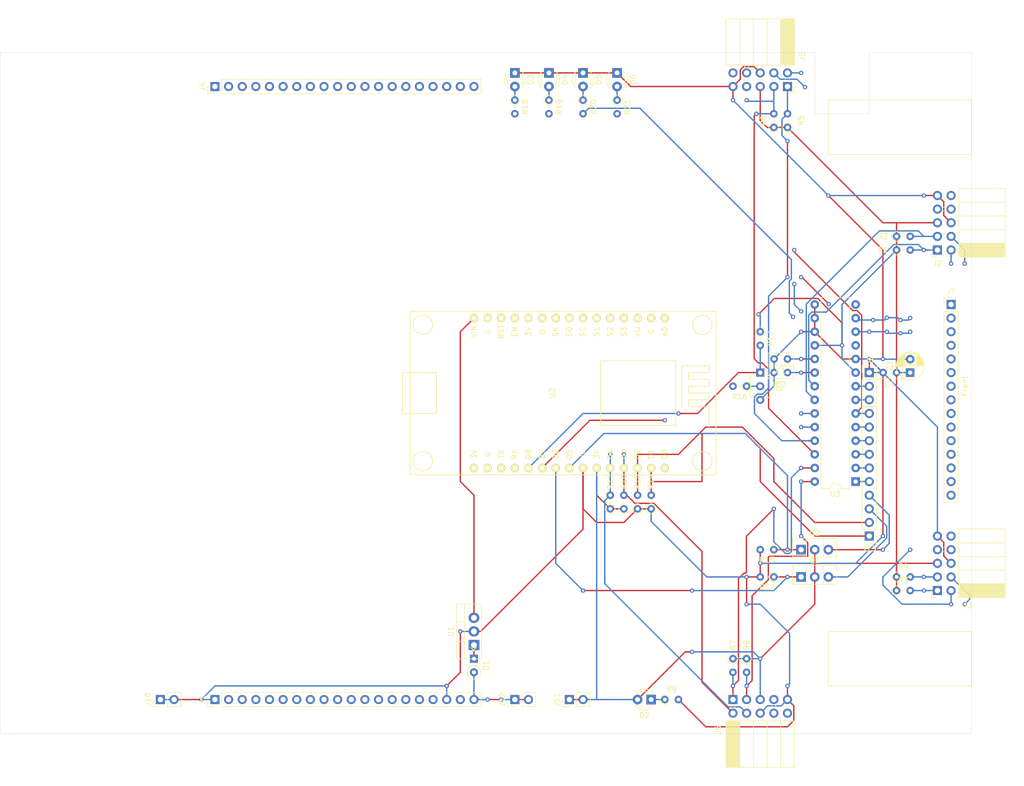
<source format=kicad_pcb>
(kicad_pcb (version 20171130) (host pcbnew 5.99.0+really5.1.10+dfsg1-1)
  (title_block (title "Navigation Board") (date 2021-04-22) (rev 3))
  (layers (0 F.Cu signal) (1 In1.Cu signal) (2 In2.Cu signal) (31 B.Cu signal) (34 B.Paste user) (35 F.Paste user) (36 B.SilkS user) (37 F.SilkS user) (38 B.Mask user) (39 F.Mask user) (44 Edge.Cuts user))
  (net 0 "")
  (net 1 VCC)
  (net 2 "Net-(D1-Pad1)")
  (net 3 "Net-(D2-Pad1)")
  (net 4 GND)
  (net 5 /VL53L1-1_XSHUT)
  (net 6 /VL53L1-1_INT)
  (net 7 /I2C-1_SDA)
  (net 8 /I2C-1_SCL)
  (net 9 /VL53L1-2_XSHUT)
  (net 10 /VL53L1-2_INT)
  (net 11 /VL53L1-3_XSHUT)
  (net 12 /VL53L1-3_INT)
  (net 13 /VL53L1-4_XSHUT)
  (net 14 /VL53L1-4_INT)
  (net 15 /ODO_RIGHT_HV)
  (net 16 /ODO_LEFT_HV)
  (net 17 /BUMPER_RIGHT)
  (net 18 /BUMPER_LEFT)
  (net 19 /MOTOR_DIR_RIGHT)
  (net 20 /MOTOR_DIR_LEFT)
  (net 21 /MOTOR_OUT_RIGHT)
  (net 22 /MOTOR_OUT_LEFT)
  (net 23 /ODO_LEFT_LV)
  (net 24 /ODO_RIGHT_LV)
  (net 25 /5V)
  (net 26 /IO-EXP-1_INTB)
  (net 27 /IO-EXP-1_INTA)
  (net 28 /VDD)
  (net 29 "Net-(Q3-Pad2)")
  (net 30 /IO-EXP-1_!INTA)
  (net 31 "Net-(D3-Pad2)")
  (net 32 "Net-(D4-Pad2)")
  (net 33 "Net-(D5-Pad2)")
  (net 34 "Net-(D6-Pad2)")
  (net 35 /LED_BLUE)
  (net 36 /LED_RED)
  (net 37 /LED_YELLOW)
  (net 38 /LED_GREEN)
  (module Resistor_THT:R_Axial_DIN0204_L3.6mm_D1.6mm_P2.54mm_Vertical (layer F.Cu) (at 166.37 35.56 270)
    (fp_text reference R21 (at 1.27 -1.92 90) (layer F.SilkS))
    (fp_text value 0)
    (pad 2 thru_hole oval (at 2.54 0 270) (size 1.4 1.4) (drill 0.7) (layers *.Cu *.Mask) (net 35 /LED_BLUE))
    (pad 1 thru_hole circle (at 0 0 270) (size 1.4 1.4) (drill 0.7) (layers *.Cu *.Mask) (net 34 "Net-(D6-Pad2)"))
  )
  (module Resistor_THT:R_Axial_DIN0204_L3.6mm_D1.6mm_P2.54mm_Vertical (layer F.Cu) (at 160.02 35.56 270)
    (fp_text reference R20 (at 1.27 -1.92 90) (layer F.SilkS))
    (fp_text value 1k)
    (pad 2 thru_hole oval (at 2.54 0 270) (size 1.4 1.4) (drill 0.7) (layers *.Cu *.Mask) (net 36 /LED_RED))
    (pad 1 thru_hole circle (at 0 0 270) (size 1.4 1.4) (drill 0.7) (layers *.Cu *.Mask) (net 33 "Net-(D5-Pad2)"))
  )
  (module Resistor_THT:R_Axial_DIN0204_L3.6mm_D1.6mm_P2.54mm_Vertical (layer F.Cu) (at 153.67 35.56 270)
    (fp_text reference R19 (at 1.27 -1.92 90) (layer F.SilkS))
    (fp_text value 1k)
    (pad 2 thru_hole oval (at 2.54 0 270) (size 1.4 1.4) (drill 0.7) (layers *.Cu *.Mask) (net 37 /LED_YELLOW))
    (pad 1 thru_hole circle (at 0 0 270) (size 1.4 1.4) (drill 0.7) (layers *.Cu *.Mask) (net 32 "Net-(D4-Pad2)"))
  )
  (module Resistor_THT:R_Axial_DIN0204_L3.6mm_D1.6mm_P2.54mm_Vertical (layer F.Cu) (at 147.32 35.56 270)
    (fp_text reference R18 (at 1.27 -1.92 90) (layer F.SilkS))
    (fp_text value 1k)
    (pad 2 thru_hole oval (at 2.54 0 270) (size 1.4 1.4) (drill 0.7) (layers *.Cu *.Mask) (net 38 /LED_GREEN))
    (pad 1 thru_hole circle (at 0 0 270) (size 1.4 1.4) (drill 0.7) (layers *.Cu *.Mask) (net 31 "Net-(D3-Pad2)"))
  )
  (module LED_THT:LED_D3.0mm (layer F.Cu) (at 166.37 30.48 270)
    (fp_text reference D6 (at 1.27 -2.96 90) (layer F.SilkS))
    (fp_text value "Signal LED blue")
    (pad 2 thru_hole circle (at 2.54 0 270) (size 1.8 1.8) (drill 0.9) (layers *.Cu *.Mask) (net 34 "Net-(D6-Pad2)"))
    (pad 1 thru_hole rect (at 0 0 270) (size 1.8 1.8) (drill 0.9) (layers *.Cu *.Mask) (net 4 GND))
  )
  (module LED_THT:LED_D3.0mm (layer F.Cu) (at 160.02 30.48 270)
    (fp_text reference D5 (at 1.27 -2.96 90) (layer F.SilkS))
    (fp_text value "Signal LED red")
    (pad 2 thru_hole circle (at 2.54 0 270) (size 1.8 1.8) (drill 0.9) (layers *.Cu *.Mask) (net 33 "Net-(D5-Pad2)"))
    (pad 1 thru_hole rect (at 0 0 270) (size 1.8 1.8) (drill 0.9) (layers *.Cu *.Mask) (net 4 GND))
  )
  (module LED_THT:LED_D3.0mm (layer F.Cu) (at 153.67 30.48 270)
    (fp_text reference D4 (at 1.27 -2.96 90) (layer F.SilkS))
    (fp_text value "Signal LED yellow")
    (pad 2 thru_hole circle (at 2.54 0 270) (size 1.8 1.8) (drill 0.9) (layers *.Cu *.Mask) (net 32 "Net-(D4-Pad2)"))
    (pad 1 thru_hole rect (at 0 0 270) (size 1.8 1.8) (drill 0.9) (layers *.Cu *.Mask) (net 4 GND))
  )
  (module LED_THT:LED_D3.0mm (layer F.Cu) (at 147.32 30.48 270)
    (fp_text reference D3 (at 1.27 -2.96 90) (layer F.SilkS))
    (fp_text value "Signal LED green")
    (pad 2 thru_hole circle (at 2.54 0 270) (size 1.8 1.8) (drill 0.9) (layers *.Cu *.Mask) (net 31 "Net-(D3-Pad2)"))
    (pad 1 thru_hole rect (at 0 0 270) (size 1.8 1.8) (drill 0.9) (layers *.Cu *.Mask) (net 4 GND))
  )
  (module "ESP8266:NodeMCU1.0(12-E)" (layer F.Cu) (at 154.305 90.17 270)
    (fp_text reference U2 (at 0 0 90) (layer F.SilkS))
    (fp_text value "NodeMCU_1.0_(ESP-12E)")
    (fp_text user D0 (at 11.43 -20.955 90) (layer F.SilkS))
    (fp_text user D1 (at 11.43 -18.415 90) (layer F.SilkS))
    (fp_text user D2 (at 11.43 -15.875 90) (layer F.SilkS))
    (fp_text user D3 (at 11.43 -13.335 90) (layer F.SilkS))
    (fp_text user D4 (at 11.43 -10.795 90) (layer F.SilkS))
    (fp_text user 3V (at 11.43 -8.255 90) (layer F.SilkS))
    (fp_text user G (at 11.43 -5.715 90) (layer F.SilkS))
    (fp_text user D5 (at 11.43 -3.175 90) (layer F.SilkS))
    (fp_text user D6 (at 11.43 -0.635 90) (layer F.SilkS))
    (fp_text user D7 (at 11.43 1.905 90) (layer F.SilkS))
    (fp_text user D8 (at 11.43 4.445 90) (layer F.SilkS))
    (fp_text user RX (at 11.43 6.985 90) (layer F.SilkS))
    (fp_text user TX (at 11.43 9.525 90) (layer F.SilkS))
    (fp_text user G (at 11.43 12.065 90) (layer F.SilkS))
    (fp_text user 3V (at 11.43 14.605 90) (layer F.SilkS))
    (fp_text user A0 (at -11.43 -20.955 90) (layer F.SilkS))
    (fp_text user G (at -11.43 -18.415 90) (layer F.SilkS))
    (fp_text user VU (at -11.43 -15.875 90) (layer F.SilkS))
    (fp_text user S3 (at -11.43 -13.335 90) (layer F.SilkS))
    (fp_text user S2 (at -11.43 -10.795 90) (layer F.SilkS))
    (fp_text user S1 (at -11.43 -8.255 90) (layer F.SilkS))
    (fp_text user SC (at -11.43 -5.715 90) (layer F.SilkS))
    (fp_text user SO (at -11.43 -3.175 90) (layer F.SilkS))
    (fp_text user SK (at -11.43 -0.635 90) (layer F.SilkS))
    (fp_text user G (at -11.43 1.905 90) (layer F.SilkS))
    (fp_text user 3V (at -11.43 4.445 90) (layer F.SilkS))
    (fp_text user EN (at -11.43 6.985 90) (layer F.SilkS))
    (fp_text user RST (at -11.43 9.525 90) (layer F.SilkS))
    (fp_text user G (at -11.43 12.065 90) (layer F.SilkS))
    (fp_text user VIN (at -11.43 14.605 90) (layer F.SilkS))
    (pad 30 thru_hole circle (at 13.97 -20.955 270) (size 1.524 1.524) (drill 0.762) (layers *.Cu *.Mask F.SilkS))
    (pad 29 thru_hole circle (at 13.97 -18.415 270) (size 1.524 1.524) (drill 0.762) (layers *.Cu *.Mask F.SilkS) (net 22 /MOTOR_OUT_LEFT))
    (pad 28 thru_hole circle (at 13.97 -15.875 270) (size 1.524 1.524) (drill 0.762) (layers *.Cu *.Mask F.SilkS) (net 21 /MOTOR_OUT_RIGHT))
    (pad 27 thru_hole circle (at 13.97 -13.335 270) (size 1.524 1.524) (drill 0.762) (layers *.Cu *.Mask F.SilkS) (net 8 /I2C-1_SCL))
    (pad 26 thru_hole circle (at 13.97 -10.795 270) (size 1.524 1.524) (drill 0.762) (layers *.Cu *.Mask F.SilkS) (net 7 /I2C-1_SDA))
    (pad 25 thru_hole circle (at 13.97 -8.255 270) (size 1.524 1.524) (drill 0.762) (layers *.Cu *.Mask F.SilkS) (net 28 /VDD))
    (pad 24 thru_hole circle (at 13.97 -5.715 270) (size 1.524 1.524) (drill 0.762) (layers *.Cu *.Mask F.SilkS) (net 4 GND))
    (pad 23 thru_hole circle (at 13.97 -3.175 270) (size 1.524 1.524) (drill 0.762) (layers *.Cu *.Mask F.SilkS) (net 24 /ODO_RIGHT_LV))
    (pad 22 thru_hole circle (at 13.97 -0.635 270) (size 1.524 1.524) (drill 0.762) (layers *.Cu *.Mask F.SilkS) (net 23 /ODO_LEFT_LV))
    (pad 21 thru_hole circle (at 13.97 1.905 270) (size 1.524 1.524) (drill 0.762) (layers *.Cu *.Mask F.SilkS) (net 26 /IO-EXP-1_INTB))
    (pad 20 thru_hole circle (at 13.97 4.445 270) (size 1.524 1.524) (drill 0.762) (layers *.Cu *.Mask F.SilkS) (net 30 /IO-EXP-1_!INTA))
    (pad 19 thru_hole circle (at 13.97 6.985 270) (size 1.524 1.524) (drill 0.762) (layers *.Cu *.Mask F.SilkS))
    (pad 18 thru_hole circle (at 13.97 9.525 270) (size 1.524 1.524) (drill 0.762) (layers *.Cu *.Mask F.SilkS))
    (pad 17 thru_hole circle (at 13.97 12.065 270) (size 1.524 1.524) (drill 0.762) (layers *.Cu *.Mask F.SilkS))
    (pad 16 thru_hole circle (at 13.97 14.605 270) (size 1.524 1.524) (drill 0.762) (layers *.Cu *.Mask F.SilkS))
    (pad 15 thru_hole circle (at -13.97 14.605 270) (size 1.524 1.524) (drill 0.762) (layers *.Cu *.Mask F.SilkS) (net 25 /5V))
    (pad 14 thru_hole circle (at -13.97 12.065 270) (size 1.524 1.524) (drill 0.762) (layers *.Cu *.Mask F.SilkS))
    (pad 13 thru_hole circle (at -13.97 9.525 270) (size 1.524 1.524) (drill 0.762) (layers *.Cu *.Mask F.SilkS))
    (pad 12 thru_hole circle (at -13.97 6.985 270) (size 1.524 1.524) (drill 0.762) (layers *.Cu *.Mask F.SilkS))
    (pad 11 thru_hole circle (at -13.97 4.445 270) (size 1.524 1.524) (drill 0.762) (layers *.Cu *.Mask F.SilkS))
    (pad 10 thru_hole circle (at -13.97 1.905 270) (size 1.524 1.524) (drill 0.762) (layers *.Cu *.Mask F.SilkS))
    (pad 9 thru_hole circle (at -13.97 -0.635 270) (size 1.524 1.524) (drill 0.762) (layers *.Cu *.Mask F.SilkS))
    (pad 8 thru_hole circle (at -13.97 -3.175 270) (size 1.524 1.524) (drill 0.762) (layers *.Cu *.Mask F.SilkS))
    (pad 7 thru_hole circle (at -13.97 -5.715 270) (size 1.524 1.524) (drill 0.762) (layers *.Cu *.Mask F.SilkS))
    (pad 6 thru_hole circle (at -13.97 -8.255 270) (size 1.524 1.524) (drill 0.762) (layers *.Cu *.Mask F.SilkS))
    (pad 5 thru_hole circle (at -13.97 -10.795 270) (size 1.524 1.524) (drill 0.762) (layers *.Cu *.Mask F.SilkS))
    (pad 4 thru_hole circle (at -13.97 -13.335 270) (size 1.524 1.524) (drill 0.762) (layers *.Cu *.Mask F.SilkS))
    (pad 3 thru_hole circle (at -13.97 -15.875 270) (size 1.524 1.524) (drill 0.762) (layers *.Cu *.Mask F.SilkS))
    (pad 2 thru_hole circle (at -13.97 -18.415 270) (size 1.524 1.524) (drill 0.762) (layers *.Cu *.Mask F.SilkS))
    (pad 1 thru_hole circle (at -13.97 -20.955 270) (size 1.524 1.524) (drill 0.762) (layers *.Cu *.Mask F.SilkS))
  )
  (module Package_TO_SOT_THT:TO-92_Inline_Wide (layer F.Cu) (at 193.04 86.36 270)
    (fp_text reference Q3 (at 2.54 -3.56 90) (layer F.SilkS))
    (fp_text value BC548)
    (pad 1 thru_hole rect (at 0 0) (size 1.5 1.5) (drill 0.8) (layers *.Cu *.Mask) (net 30 /IO-EXP-1_!INTA))
    (pad 3 thru_hole circle (at 5.08 0) (size 1.5 1.5) (drill 0.8) (layers *.Cu *.Mask) (net 4 GND))
    (pad 2 thru_hole circle (at 2.54 0) (size 1.5 1.5) (drill 0.8) (layers *.Cu *.Mask) (net 29 "Net-(Q3-Pad2)"))
  )
  (module Capacitor_THT:C_Rect_L4.6mm_W2.0mm_P2.50mm_MKS02_FKP02 (layer F.Cu) (at 218.44 86.36 180)
    (fp_text reference C4 (at 1.25 -2.25) (layer F.SilkS))
    (fp_text value "100 n")
    (pad 2 thru_hole circle (at 2.5 0 180) (size 1.4 1.4) (drill 0.7) (layers *.Cu *.Mask) (net 4 GND))
    (pad 1 thru_hole circle (at 0 0 180) (size 1.4 1.4) (drill 0.7) (layers *.Cu *.Mask) (net 28 /VDD))
  )
  (module Capacitor_THT:CP_Radial_D5.0mm_P2.50mm (layer F.Cu) (at 220.98 86.36 90)
    (fp_text reference C3 (at 1.25 -3.75 90) (layer F.SilkS))
    (fp_text value "10 µ")
    (pad 2 thru_hole circle (at 2.5 0 90) (size 1.6 1.6) (drill 0.8) (layers *.Cu *.Mask) (net 4 GND))
    (pad 1 thru_hole rect (at 0 0 90) (size 1.6 1.6) (drill 0.8) (layers *.Cu *.Mask) (net 28 /VDD))
  )
  (module Capacitor_THT:C_Rect_L4.6mm_W2.0mm_P2.50mm_MKS02_FKP02 (layer F.Cu) (at 198.12 86.36 180)
    (fp_text reference C2 (at 1.25 -2.25) (layer F.SilkS))
    (fp_text value "100 n")
    (pad 2 thru_hole circle (at 2.5 0 180) (size 1.4 1.4) (drill 0.7) (layers *.Cu *.Mask) (net 4 GND))
    (pad 1 thru_hole circle (at 0 0 180) (size 1.4 1.4) (drill 0.7) (layers *.Cu *.Mask) (net 26 /IO-EXP-1_INTB))
  )
  (module Capacitor_THT:C_Rect_L4.6mm_W2.0mm_P2.50mm_MKS02_FKP02 (layer F.Cu) (at 198.12 83.82 180)
    (fp_text reference C1 (at 1.25 -2.25) (layer F.SilkS))
    (fp_text value "100 n")
    (pad 2 thru_hole circle (at 2.5 0 180) (size 1.4 1.4) (drill 0.7) (layers *.Cu *.Mask) (net 4 GND))
    (pad 1 thru_hole circle (at 0 0 180) (size 1.4 1.4) (drill 0.7) (layers *.Cu *.Mask) (net 27 /IO-EXP-1_INTA))
  )
  (module Resistor_THT:R_Axial_DIN0204_L3.6mm_D1.6mm_P2.54mm_Vertical (layer F.Cu) (at 193.04 78.74 270)
    (fp_text reference R17 (at 1.27 -1.92 90) (layer F.SilkS))
    (fp_text value "10 k")
    (pad 2 thru_hole oval (at 2.54 0 270) (size 1.4 1.4) (drill 0.7) (layers *.Cu *.Mask) (net 30 /IO-EXP-1_!INTA))
    (pad 1 thru_hole circle (at 0 0 270) (size 1.4 1.4) (drill 0.7) (layers *.Cu *.Mask) (net 28 /VDD))
  )
  (module Resistor_THT:R_Axial_DIN0204_L3.6mm_D1.6mm_P2.54mm_Vertical (layer F.Cu) (at 190.5 88.9 180)
    (fp_text reference R16 (at 1.27 -1.92) (layer F.SilkS))
    (fp_text value "10 k")
    (pad 2 thru_hole oval (at 2.54 0 180) (size 1.4 1.4) (drill 0.7) (layers *.Cu *.Mask) (net 27 /IO-EXP-1_INTA))
    (pad 1 thru_hole circle (at 0 0 180) (size 1.4 1.4) (drill 0.7) (layers *.Cu *.Mask) (net 29 "Net-(Q3-Pad2)"))
  )
  (module Connector_PinHeader_2.54mm:PinHeader_1x10_P2.54mm_Vertical (layer F.Cu) (at 213.36 116.84 180)
    (fp_text reference J13 (at 0 -2.33) (layer F.SilkS))
    (fp_text value CCRP5_Injections)
    (pad 10 thru_hole oval (at 0 22.86 180) (size 1.7 1.7) (drill 1) (layers *.Cu *.Mask) (net 35 /LED_BLUE))
    (pad 9 thru_hole oval (at 0 20.32 180) (size 1.7 1.7) (drill 1) (layers *.Cu *.Mask) (net 36 /LED_RED))
    (pad 8 thru_hole oval (at 0 17.78 180) (size 1.7 1.7) (drill 1) (layers *.Cu *.Mask) (net 37 /LED_YELLOW))
    (pad 7 thru_hole oval (at 0 15.24 180) (size 1.7 1.7) (drill 1) (layers *.Cu *.Mask) (net 38 /LED_GREEN))
    (pad 6 thru_hole oval (at 0 12.7 180) (size 1.7 1.7) (drill 1) (layers *.Cu *.Mask) (net 19 /MOTOR_DIR_RIGHT))
    (pad 5 thru_hole oval (at 0 10.16 180) (size 1.7 1.7) (drill 1) (layers *.Cu *.Mask) (net 20 /MOTOR_DIR_LEFT))
    (pad 4 thru_hole oval (at 0 7.62 180) (size 1.7 1.7) (drill 1) (layers *.Cu *.Mask) (net 15 /ODO_RIGHT_HV))
    (pad 3 thru_hole oval (at 0 5.08 180) (size 1.7 1.7) (drill 1) (layers *.Cu *.Mask) (net 16 /ODO_LEFT_HV))
    (pad 2 thru_hole oval (at 0 2.54 180) (size 1.7 1.7) (drill 1) (layers *.Cu *.Mask) (net 21 /MOTOR_OUT_RIGHT))
    (pad 1 thru_hole rect (at 0 0 180) (size 1.7 1.7) (drill 1) (layers *.Cu *.Mask) (net 22 /MOTOR_OUT_LEFT))
  )
  (module Connector_PinHeader_2.54mm:PinHeader_1x03_P2.54mm_Vertical (layer F.Cu) (at 213.36 86.36)
    (fp_text reference J8 (at 0 -2.33) (layer F.SilkS))
    (fp_text value Bumper)
    (pad 3 thru_hole oval (at 0 5.08) (size 1.7 1.7) (drill 1) (layers *.Cu *.Mask) (net 18 /BUMPER_LEFT))
    (pad 2 thru_hole oval (at 0 2.54) (size 1.7 1.7) (drill 1) (layers *.Cu *.Mask) (net 17 /BUMPER_RIGHT))
    (pad 1 thru_hole rect (at 0 0) (size 1.7 1.7) (drill 1) (layers *.Cu *.Mask) (net 4 GND))
  )
  (module Resistor_THT:R_Axial_DIN0204_L3.6mm_D1.6mm_P2.54mm_Vertical (layer F.Cu) (at 170.18 111.76 90)
    (fp_text reference R15 (at 5.08 0 90) (layer F.SilkS))
    (fp_text value "10 k")
    (pad 2 thru_hole oval (at 2.54 0 90) (size 1.4 1.4) (drill 0.7) (layers *.Cu *.Mask) (net 21 /MOTOR_OUT_RIGHT))
    (pad 1 thru_hole circle (at 0 0 90) (size 1.4 1.4) (drill 0.7) (layers *.Cu *.Mask) (net 4 GND))
  )
  (module Resistor_THT:R_Axial_DIN0204_L3.6mm_D1.6mm_P2.54mm_Vertical (layer F.Cu) (at 172.72 111.76 90)
    (fp_text reference R14 (at 5.08 0 90) (layer F.SilkS))
    (fp_text value "10 k")
    (pad 2 thru_hole oval (at 2.54 0 90) (size 1.4 1.4) (drill 0.7) (layers *.Cu *.Mask) (net 22 /MOTOR_OUT_LEFT))
    (pad 1 thru_hole circle (at 0 0 90) (size 1.4 1.4) (drill 0.7) (layers *.Cu *.Mask) (net 4 GND))
  )
  (module Connector_PinSocket_2.54mm:PinSocket_2x05_P2.54mm_Horizontal (layer F.Cu) (at 187.96 147.32 90)
    (fp_text reference J6 (at -5.65 -2.77 90) (layer F.SilkS))
    (fp_text value "VL53L1-SATEL connector 4")
    (pad 10 thru_hole oval (at -2.54 10.16 90) (size 1.7 1.7) (drill 1) (layers *.Cu *.Mask))
    (pad 9 thru_hole oval (at 0 10.16 90) (size 1.7 1.7) (drill 1) (layers *.Cu *.Mask) (net 4 GND))
    (pad 8 thru_hole oval (at -2.54 7.62 90) (size 1.7 1.7) (drill 1) (layers *.Cu *.Mask))
    (pad 7 thru_hole oval (at 0 7.62 90) (size 1.7 1.7) (drill 1) (layers *.Cu *.Mask))
    (pad 6 thru_hole oval (at -2.54 5.08 90) (size 1.7 1.7) (drill 1) (layers *.Cu *.Mask) (net 4 GND))
    (pad 5 thru_hole oval (at 0 5.08 90) (size 1.7 1.7) (drill 1) (layers *.Cu *.Mask) (net 28 /VDD))
    (pad 4 thru_hole oval (at -2.54 2.54 90) (size 1.7 1.7) (drill 1) (layers *.Cu *.Mask) (net 7 /I2C-1_SDA))
    (pad 3 thru_hole oval (at 0 2.54 90) (size 1.7 1.7) (drill 1) (layers *.Cu *.Mask) (net 13 /VL53L1-4_XSHUT))
    (pad 2 thru_hole oval (at -2.54 0 90) (size 1.7 1.7) (drill 1) (layers *.Cu *.Mask) (net 8 /I2C-1_SCL))
    (pad 1 thru_hole rect (at 0 0 90) (size 1.7 1.7) (drill 1) (layers *.Cu *.Mask) (net 14 /VL53L1-4_INT))
  )
  (module Connector_PinSocket_2.54mm:PinSocket_2x05_P2.54mm_Horizontal (layer F.Cu) (at 198.12 33.02 270)
    (fp_text reference J5 (at -5.65 -2.77 90) (layer F.SilkS))
    (fp_text value "VL53L1-SATEL connector 3")
    (pad 10 thru_hole oval (at -2.54 10.16 270) (size 1.7 1.7) (drill 1) (layers *.Cu *.Mask))
    (pad 9 thru_hole oval (at 0 10.16 270) (size 1.7 1.7) (drill 1) (layers *.Cu *.Mask) (net 4 GND))
    (pad 8 thru_hole oval (at -2.54 7.62 270) (size 1.7 1.7) (drill 1) (layers *.Cu *.Mask))
    (pad 7 thru_hole oval (at 0 7.62 270) (size 1.7 1.7) (drill 1) (layers *.Cu *.Mask))
    (pad 6 thru_hole oval (at -2.54 5.08 270) (size 1.7 1.7) (drill 1) (layers *.Cu *.Mask) (net 4 GND))
    (pad 5 thru_hole oval (at 0 5.08 270) (size 1.7 1.7) (drill 1) (layers *.Cu *.Mask) (net 28 /VDD))
    (pad 4 thru_hole oval (at -2.54 2.54 270) (size 1.7 1.7) (drill 1) (layers *.Cu *.Mask) (net 7 /I2C-1_SDA))
    (pad 3 thru_hole oval (at 0 2.54 270) (size 1.7 1.7) (drill 1) (layers *.Cu *.Mask) (net 11 /VL53L1-3_XSHUT))
    (pad 2 thru_hole oval (at -2.54 0 270) (size 1.7 1.7) (drill 1) (layers *.Cu *.Mask) (net 8 /I2C-1_SCL))
    (pad 1 thru_hole rect (at 0 0 270) (size 1.7 1.7) (drill 1) (layers *.Cu *.Mask) (net 12 /VL53L1-3_INT))
  )
  (module Connector_PinSocket_2.54mm:PinSocket_2x05_P2.54mm_Horizontal (layer F.Cu) (at 226.06 127 180)
    (fp_text reference J3 (at -5.65 -2.77) (layer F.SilkS))
    (fp_text value "VL53L1-SATEL connector 2")
    (pad 10 thru_hole oval (at -2.54 10.16 180) (size 1.7 1.7) (drill 1) (layers *.Cu *.Mask))
    (pad 9 thru_hole oval (at 0 10.16 180) (size 1.7 1.7) (drill 1) (layers *.Cu *.Mask) (net 4 GND))
    (pad 8 thru_hole oval (at -2.54 7.62 180) (size 1.7 1.7) (drill 1) (layers *.Cu *.Mask))
    (pad 7 thru_hole oval (at 0 7.62 180) (size 1.7 1.7) (drill 1) (layers *.Cu *.Mask))
    (pad 6 thru_hole oval (at -2.54 5.08 180) (size 1.7 1.7) (drill 1) (layers *.Cu *.Mask) (net 4 GND))
    (pad 5 thru_hole oval (at 0 5.08 180) (size 1.7 1.7) (drill 1) (layers *.Cu *.Mask) (net 28 /VDD))
    (pad 4 thru_hole oval (at -2.54 2.54 180) (size 1.7 1.7) (drill 1) (layers *.Cu *.Mask) (net 7 /I2C-1_SDA))
    (pad 3 thru_hole oval (at 0 2.54 180) (size 1.7 1.7) (drill 1) (layers *.Cu *.Mask) (net 9 /VL53L1-2_XSHUT))
    (pad 2 thru_hole oval (at -2.54 0 180) (size 1.7 1.7) (drill 1) (layers *.Cu *.Mask) (net 8 /I2C-1_SCL))
    (pad 1 thru_hole rect (at 0 0 180) (size 1.7 1.7) (drill 1) (layers *.Cu *.Mask) (net 10 /VL53L1-2_INT))
  )
  (module Connector_PinSocket_2.54mm:PinSocket_2x05_P2.54mm_Horizontal (layer F.Cu) (at 226.06 63.5 180)
    (fp_text reference J2 (at 0 -2.54) (layer F.SilkS))
    (fp_text value "VL53L1-SATEL connector 1")
    (pad 10 thru_hole oval (at -2.54 10.16 180) (size 1.7 1.7) (drill 1) (layers *.Cu *.Mask))
    (pad 9 thru_hole oval (at 0 10.16 180) (size 1.7 1.7) (drill 1) (layers *.Cu *.Mask) (net 4 GND))
    (pad 8 thru_hole oval (at -2.54 7.62 180) (size 1.7 1.7) (drill 1) (layers *.Cu *.Mask))
    (pad 7 thru_hole oval (at 0 7.62 180) (size 1.7 1.7) (drill 1) (layers *.Cu *.Mask))
    (pad 6 thru_hole oval (at -2.54 5.08 180) (size 1.7 1.7) (drill 1) (layers *.Cu *.Mask) (net 4 GND))
    (pad 5 thru_hole oval (at 0 5.08 180) (size 1.7 1.7) (drill 1) (layers *.Cu *.Mask) (net 28 /VDD))
    (pad 4 thru_hole oval (at -2.54 2.54 180) (size 1.7 1.7) (drill 1) (layers *.Cu *.Mask) (net 7 /I2C-1_SDA))
    (pad 3 thru_hole oval (at 0 2.54 180) (size 1.7 1.7) (drill 1) (layers *.Cu *.Mask) (net 5 /VL53L1-1_XSHUT))
    (pad 2 thru_hole oval (at -2.54 0 180) (size 1.7 1.7) (drill 1) (layers *.Cu *.Mask) (net 8 /I2C-1_SCL))
    (pad 1 thru_hole rect (at 0 0 180) (size 1.7 1.7) (drill 1) (layers *.Cu *.Mask) (net 6 /VL53L1-1_INT))
  )
  (module Connector_PinHeader_2.54mm:PinHeader_1x15_P2.54mm_Vertical (layer F.Cu) (at 228.6 73.66)
    (fp_text reference J7 (at 0 -2.33) (layer F.SilkS))
    (fp_text value CCRP5-EC3)
    (pad 15 thru_hole oval (at 0 35.56) (size 1.7 1.7) (drill 1) (layers *.Cu *.Mask))
    (pad 14 thru_hole oval (at 0 33.02) (size 1.7 1.7) (drill 1) (layers *.Cu *.Mask))
    (pad 13 thru_hole oval (at 0 30.48) (size 1.7 1.7) (drill 1) (layers *.Cu *.Mask))
    (pad 12 thru_hole oval (at 0 27.94) (size 1.7 1.7) (drill 1) (layers *.Cu *.Mask))
    (pad 11 thru_hole oval (at 0 25.4) (size 1.7 1.7) (drill 1) (layers *.Cu *.Mask))
    (pad 10 thru_hole oval (at 0 22.86) (size 1.7 1.7) (drill 1) (layers *.Cu *.Mask))
    (pad 9 thru_hole oval (at 0 20.32) (size 1.7 1.7) (drill 1) (layers *.Cu *.Mask))
    (pad 8 thru_hole oval (at 0 17.78) (size 1.7 1.7) (drill 1) (layers *.Cu *.Mask))
    (pad 7 thru_hole oval (at 0 15.24) (size 1.7 1.7) (drill 1) (layers *.Cu *.Mask))
    (pad 6 thru_hole oval (at 0 12.7) (size 1.7 1.7) (drill 1) (layers *.Cu *.Mask))
    (pad 5 thru_hole oval (at 0 10.16) (size 1.7 1.7) (drill 1) (layers *.Cu *.Mask))
    (pad 4 thru_hole oval (at 0 7.62) (size 1.7 1.7) (drill 1) (layers *.Cu *.Mask))
    (pad 3 thru_hole oval (at 0 5.08) (size 1.7 1.7) (drill 1) (layers *.Cu *.Mask))
    (pad 2 thru_hole oval (at 0 2.54) (size 1.7 1.7) (drill 1) (layers *.Cu *.Mask))
    (pad 1 thru_hole rect (at 0 0) (size 1.7 1.7) (drill 1) (layers *.Cu *.Mask))
  )
  (module LED_THT:LED_D3.0mm (layer F.Cu) (at 172.72 147.32 180)
    (fp_text reference D2 (at 1.27 -2.96) (layer F.SilkS))
    (fp_text value "Power LED green")
    (pad 2 thru_hole circle (at 2.54 0 180) (size 1.8 1.8) (drill 0.9) (layers *.Cu *.Mask) (net 28 /VDD))
    (pad 1 thru_hole rect (at 0 0 180) (size 1.8 1.8) (drill 0.9) (layers *.Cu *.Mask) (net 3 "Net-(D2-Pad1)"))
  )
  (module Diode_THT:D_DO-34_SOD68_P2.54mm_Vertical_KathodeUp (layer F.Cu) (at 139.7 139.7 270)
    (fp_text reference D1 (at 1.27 -2.25566 90) (layer F.SilkS))
    (fp_text value 1N4001)
    (fp_text user K (at -1.75 0 90) (layer F.SilkS))
    (pad 2 thru_hole oval (at 2.54 0 270) (size 1.5 1.5) (drill 0.75) (layers *.Cu *.Mask) (net 1 VCC))
    (pad 1 thru_hole rect (at 0 0 270) (size 1.5 1.5) (drill 0.75) (layers *.Cu *.Mask) (net 2 "Net-(D1-Pad1)"))
  )
  (module Package_DIP:DIP-28_W7.62mm (layer F.Cu) (at 210.82 106.68 180)
    (fp_text reference U3 (at 3.81 -2.33) (layer F.SilkS))
    (fp_text value MCP23017_SP)
    (pad 28 thru_hole oval (at 7.62 0 180) (size 1.6 1.6) (drill 0.8) (layers *.Cu *.Mask) (net 13 /VL53L1-4_XSHUT))
    (pad 14 thru_hole oval (at 0 33.02 180) (size 1.6 1.6) (drill 0.8) (layers *.Cu *.Mask))
    (pad 27 thru_hole oval (at 7.62 2.54 180) (size 1.6 1.6) (drill 0.8) (layers *.Cu *.Mask) (net 14 /VL53L1-4_INT))
    (pad 13 thru_hole oval (at 0 30.48 180) (size 1.6 1.6) (drill 0.8) (layers *.Cu *.Mask) (net 7 /I2C-1_SDA))
    (pad 26 thru_hole oval (at 7.62 5.08 180) (size 1.6 1.6) (drill 0.8) (layers *.Cu *.Mask) (net 11 /VL53L1-3_XSHUT))
    (pad 12 thru_hole oval (at 0 27.94 180) (size 1.6 1.6) (drill 0.8) (layers *.Cu *.Mask) (net 8 /I2C-1_SCL))
    (pad 25 thru_hole oval (at 7.62 7.62 180) (size 1.6 1.6) (drill 0.8) (layers *.Cu *.Mask) (net 12 /VL53L1-3_INT))
    (pad 11 thru_hole oval (at 0 25.4 180) (size 1.6 1.6) (drill 0.8) (layers *.Cu *.Mask))
    (pad 24 thru_hole oval (at 7.62 10.16 180) (size 1.6 1.6) (drill 0.8) (layers *.Cu *.Mask) (net 9 /VL53L1-2_XSHUT))
    (pad 10 thru_hole oval (at 0 22.86 180) (size 1.6 1.6) (drill 0.8) (layers *.Cu *.Mask) (net 4 GND))
    (pad 23 thru_hole oval (at 7.62 12.7 180) (size 1.6 1.6) (drill 0.8) (layers *.Cu *.Mask) (net 10 /VL53L1-2_INT))
    (pad 9 thru_hole oval (at 0 20.32 180) (size 1.6 1.6) (drill 0.8) (layers *.Cu *.Mask) (net 28 /VDD))
    (pad 22 thru_hole oval (at 7.62 15.24 180) (size 1.6 1.6) (drill 0.8) (layers *.Cu *.Mask) (net 5 /VL53L1-1_XSHUT))
    (pad 8 thru_hole oval (at 0 17.78 180) (size 1.6 1.6) (drill 0.8) (layers *.Cu *.Mask) (net 17 /BUMPER_RIGHT))
    (pad 21 thru_hole oval (at 7.62 17.78 180) (size 1.6 1.6) (drill 0.8) (layers *.Cu *.Mask) (net 6 /VL53L1-1_INT))
    (pad 7 thru_hole oval (at 0 15.24 180) (size 1.6 1.6) (drill 0.8) (layers *.Cu *.Mask) (net 18 /BUMPER_LEFT))
    (pad 20 thru_hole oval (at 7.62 20.32 180) (size 1.6 1.6) (drill 0.8) (layers *.Cu *.Mask) (net 26 /IO-EXP-1_INTB))
    (pad 6 thru_hole oval (at 0 12.7 180) (size 1.6 1.6) (drill 0.8) (layers *.Cu *.Mask) (net 35 /LED_BLUE))
    (pad 19 thru_hole oval (at 7.62 22.86 180) (size 1.6 1.6) (drill 0.8) (layers *.Cu *.Mask) (net 27 /IO-EXP-1_INTA))
    (pad 5 thru_hole oval (at 0 10.16 180) (size 1.6 1.6) (drill 0.8) (layers *.Cu *.Mask) (net 36 /LED_RED))
    (pad 18 thru_hole oval (at 7.62 25.4 180) (size 1.6 1.6) (drill 0.8) (layers *.Cu *.Mask) (net 28 /VDD))
    (pad 4 thru_hole oval (at 0 7.62 180) (size 1.6 1.6) (drill 0.8) (layers *.Cu *.Mask) (net 37 /LED_YELLOW))
    (pad 17 thru_hole oval (at 7.62 27.94 180) (size 1.6 1.6) (drill 0.8) (layers *.Cu *.Mask) (net 4 GND))
    (pad 3 thru_hole oval (at 0 5.08 180) (size 1.6 1.6) (drill 0.8) (layers *.Cu *.Mask) (net 38 /LED_GREEN))
    (pad 16 thru_hole oval (at 7.62 30.48 180) (size 1.6 1.6) (drill 0.8) (layers *.Cu *.Mask) (net 4 GND))
    (pad 2 thru_hole oval (at 0 2.54 180) (size 1.6 1.6) (drill 0.8) (layers *.Cu *.Mask) (net 19 /MOTOR_DIR_RIGHT))
    (pad 15 thru_hole oval (at 7.62 33.02 180) (size 1.6 1.6) (drill 0.8) (layers *.Cu *.Mask) (net 4 GND))
    (pad 1 thru_hole rect (at 0 0 180) (size 1.6 1.6) (drill 0.8) (layers *.Cu *.Mask) (net 20 /MOTOR_DIR_LEFT))
  )
  (module Package_TO_SOT_THT:TO-220-3_Vertical (layer F.Cu) (at 139.7 137.16 90)
    (fp_text reference U1 (at 2.54 -4.27 90) (layer F.SilkS))
    (fp_text value LM7805_TO220)
    (pad 3 thru_hole oval (at 5.08 0 90) (size 1.905 2) (drill 1.1) (layers *.Cu *.Mask) (net 25 /5V))
    (pad 2 thru_hole oval (at 2.54 0 90) (size 1.905 2) (drill 1.1) (layers *.Cu *.Mask) (net 4 GND))
    (pad 1 thru_hole rect (at 0 0 90) (size 1.905 2) (drill 1.1) (layers *.Cu *.Mask) (net 2 "Net-(D1-Pad1)"))
  )
  (module Resistor_THT:R_Axial_DIN0204_L3.6mm_D1.6mm_P2.54mm_Vertical (layer F.Cu) (at 195.58 119.38 180)
    (fp_text reference R13 (at 1.27 -1.92) (layer F.SilkS))
    (fp_text value "1 k")
    (pad 2 thru_hole oval (at 2.54 0 180) (size 1.4 1.4) (drill 0.7) (layers *.Cu *.Mask) (net 4 GND))
    (pad 1 thru_hole circle (at 0 0 180) (size 1.4 1.4) (drill 0.7) (layers *.Cu *.Mask) (net 24 /ODO_RIGHT_LV))
  )
  (module Resistor_THT:R_Axial_DIN0204_L3.6mm_D1.6mm_P2.54mm_Vertical (layer F.Cu) (at 195.58 124.46 180)
    (fp_text reference R12 (at 1.27 -1.92) (layer F.SilkS))
    (fp_text value "1 k")
    (pad 2 thru_hole oval (at 2.54 0 180) (size 1.4 1.4) (drill 0.7) (layers *.Cu *.Mask) (net 4 GND))
    (pad 1 thru_hole circle (at 0 0 180) (size 1.4 1.4) (drill 0.7) (layers *.Cu *.Mask) (net 23 /ODO_LEFT_LV))
  )
  (module Resistor_THT:R_Axial_DIN0204_L3.6mm_D1.6mm_P2.54mm_Vertical (layer F.Cu) (at 165.1 111.76 90)
    (fp_text reference R11 (at 5.08 0 90) (layer F.SilkS))
    (fp_text value "4.7 k")
    (pad 2 thru_hole oval (at 2.54 0 90) (size 1.4 1.4) (drill 0.7) (layers *.Cu *.Mask) (net 7 /I2C-1_SDA))
    (pad 1 thru_hole circle (at 0 0 90) (size 1.4 1.4) (drill 0.7) (layers *.Cu *.Mask) (net 28 /VDD))
  )
  (module Resistor_THT:R_Axial_DIN0204_L3.6mm_D1.6mm_P2.54mm_Vertical (layer F.Cu) (at 167.64 111.76 90)
    (fp_text reference R10 (at 5.08 0 90) (layer F.SilkS))
    (fp_text value "4.7 k")
    (pad 2 thru_hole oval (at 2.54 0 90) (size 1.4 1.4) (drill 0.7) (layers *.Cu *.Mask) (net 8 /I2C-1_SCL))
    (pad 1 thru_hole circle (at 0 0 90) (size 1.4 1.4) (drill 0.7) (layers *.Cu *.Mask) (net 28 /VDD))
  )
  (module Resistor_THT:R_Axial_DIN0204_L3.6mm_D1.6mm_P2.54mm_Vertical (layer F.Cu) (at 175.26 147.32)
    (fp_text reference R9 (at 1.27 -1.92) (layer F.SilkS))
    (fp_text value 330)
    (pad 2 thru_hole oval (at 2.54 0) (size 1.4 1.4) (drill 0.7) (layers *.Cu *.Mask) (net 4 GND))
    (pad 1 thru_hole circle (at 0 0) (size 1.4 1.4) (drill 0.7) (layers *.Cu *.Mask) (net 3 "Net-(D2-Pad1)"))
  )
  (module Resistor_THT:R_Axial_DIN0204_L3.6mm_D1.6mm_P2.54mm_Vertical (layer F.Cu) (at 190.5 139.7 270)
    (fp_text reference R8 (at -2.54 0 90) (layer F.SilkS))
    (fp_text value "10 k")
    (pad 2 thru_hole oval (at 2.54 0 270) (size 1.4 1.4) (drill 0.7) (layers *.Cu *.Mask) (net 13 /VL53L1-4_XSHUT))
    (pad 1 thru_hole circle (at 0 0 270) (size 1.4 1.4) (drill 0.7) (layers *.Cu *.Mask) (net 28 /VDD))
  )
  (module Resistor_THT:R_Axial_DIN0204_L3.6mm_D1.6mm_P2.54mm_Vertical (layer F.Cu) (at 187.96 139.7 270)
    (fp_text reference R7 (at -2.54 0 90) (layer F.SilkS))
    (fp_text value "10 k")
    (pad 2 thru_hole oval (at 2.54 0 270) (size 1.4 1.4) (drill 0.7) (layers *.Cu *.Mask) (net 14 /VL53L1-4_INT))
    (pad 1 thru_hole circle (at 0 0 270) (size 1.4 1.4) (drill 0.7) (layers *.Cu *.Mask) (net 28 /VDD))
  )
  (module Resistor_THT:R_Axial_DIN0204_L3.6mm_D1.6mm_P2.54mm_Vertical (layer F.Cu) (at 195.58 40.64 90)
    (fp_text reference R6 (at 1.27 -1.92 90) (layer F.SilkS))
    (fp_text value "10 k")
    (pad 2 thru_hole oval (at 2.54 0 90) (size 1.4 1.4) (drill 0.7) (layers *.Cu *.Mask) (net 11 /VL53L1-3_XSHUT))
    (pad 1 thru_hole circle (at 0 0 90) (size 1.4 1.4) (drill 0.7) (layers *.Cu *.Mask) (net 28 /VDD))
  )
  (module Resistor_THT:R_Axial_DIN0204_L3.6mm_D1.6mm_P2.54mm_Vertical (layer F.Cu) (at 198.12 40.64 90)
    (fp_text reference R5 (at 1.27 2.54 90) (layer F.SilkS))
    (fp_text value "10 k")
    (pad 2 thru_hole oval (at 2.54 0 90) (size 1.4 1.4) (drill 0.7) (layers *.Cu *.Mask) (net 12 /VL53L1-3_INT))
    (pad 1 thru_hole circle (at 0 0 90) (size 1.4 1.4) (drill 0.7) (layers *.Cu *.Mask) (net 28 /VDD))
  )
  (module Resistor_THT:R_Axial_DIN0204_L3.6mm_D1.6mm_P2.54mm_Vertical (layer F.Cu) (at 218.44 124.46)
    (fp_text reference R4 (at 1.27 -1.92) (layer F.SilkS))
    (fp_text value "10 k")
    (pad 2 thru_hole oval (at 2.54 0) (size 1.4 1.4) (drill 0.7) (layers *.Cu *.Mask) (net 9 /VL53L1-2_XSHUT))
    (pad 1 thru_hole circle (at 0 0) (size 1.4 1.4) (drill 0.7) (layers *.Cu *.Mask) (net 28 /VDD))
  )
  (module Resistor_THT:R_Axial_DIN0204_L3.6mm_D1.6mm_P2.54mm_Vertical (layer F.Cu) (at 218.44 127)
    (fp_text reference R3 (at 1.27 -1.92) (layer F.SilkS))
    (fp_text value "10 k")
    (pad 2 thru_hole oval (at 2.54 0) (size 1.4 1.4) (drill 0.7) (layers *.Cu *.Mask) (net 10 /VL53L1-2_INT))
    (pad 1 thru_hole circle (at 0 0) (size 1.4 1.4) (drill 0.7) (layers *.Cu *.Mask) (net 28 /VDD))
  )
  (module Resistor_THT:R_Axial_DIN0204_L3.6mm_D1.6mm_P2.54mm_Vertical (layer F.Cu) (at 218.44 60.96)
    (fp_text reference R2 (at -2.54 0) (layer F.SilkS))
    (fp_text value "10 k")
    (pad 2 thru_hole oval (at 2.54 0) (size 1.4 1.4) (drill 0.7) (layers *.Cu *.Mask) (net 5 /VL53L1-1_XSHUT))
    (pad 1 thru_hole circle (at 0 0) (size 1.4 1.4) (drill 0.7) (layers *.Cu *.Mask) (net 28 /VDD))
  )
  (module Resistor_THT:R_Axial_DIN0204_L3.6mm_D1.6mm_P2.54mm_Vertical (layer F.Cu) (at 218.44 63.5)
    (fp_text reference R1 (at -2.54 0) (layer F.SilkS))
    (fp_text value "10 k")
    (pad 2 thru_hole oval (at 2.54 0) (size 1.4 1.4) (drill 0.7) (layers *.Cu *.Mask) (net 6 /VL53L1-1_INT))
    (pad 1 thru_hole circle (at 0 0) (size 1.4 1.4) (drill 0.7) (layers *.Cu *.Mask) (net 28 /VDD))
  )
  (module Package_TO_SOT_THT:TO-126-3_Vertical (layer F.Cu) (at 200.66 119.38)
    (fp_text reference Q2 (at 2.54 -3.12) (layer F.SilkS))
    (fp_text value BD235)
    (pad 3 thru_hole oval (at 5.08 0) (size 1.8 1.8) (drill 1) (layers *.Cu *.Mask) (net 15 /ODO_RIGHT_HV))
    (pad 2 thru_hole oval (at 2.54 0) (size 1.8 1.8) (drill 1) (layers *.Cu *.Mask) (net 28 /VDD))
    (pad 1 thru_hole rect (at 0 0) (size 1.8 1.8) (drill 1) (layers *.Cu *.Mask) (net 24 /ODO_RIGHT_LV))
  )
  (module Package_TO_SOT_THT:TO-126-3_Vertical (layer F.Cu) (at 200.66 124.46)
    (fp_text reference Q1 (at 2.54 -3.12) (layer F.SilkS))
    (fp_text value BD235)
    (pad 3 thru_hole oval (at 5.08 0) (size 1.8 1.8) (drill 1) (layers *.Cu *.Mask) (net 16 /ODO_LEFT_HV))
    (pad 2 thru_hole oval (at 2.54 0) (size 1.8 1.8) (drill 1) (layers *.Cu *.Mask) (net 28 /VDD))
    (pad 1 thru_hole rect (at 0 0) (size 1.8 1.8) (drill 1) (layers *.Cu *.Mask) (net 23 /ODO_LEFT_LV))
  )
  (module Connector_PinHeader_2.54mm:PinHeader_1x02_P2.54mm_Vertical (layer F.Cu) (at 147.32 147.32 90)
    (fp_text reference J12 (at 0 -2.33 90) (layer F.SilkS))
    (fp_text value "Testpoint VCC")
    (pad 2 thru_hole oval (at 0 2.54 90) (size 1.7 1.7) (drill 1) (layers *.Cu *.Mask) (net 1 VCC))
    (pad 1 thru_hole rect (at 0 0 90) (size 1.7 1.7) (drill 1) (layers *.Cu *.Mask) (net 1 VCC))
  )
  (module Connector_PinHeader_2.54mm:PinHeader_1x02_P2.54mm_Vertical (layer F.Cu) (at 157.48 147.32 90)
    (fp_text reference J11 (at 0 -2.33 90) (layer F.SilkS))
    (fp_text value "Testpoint VDD")
    (pad 2 thru_hole oval (at 0 2.54 90) (size 1.7 1.7) (drill 1) (layers *.Cu *.Mask) (net 28 /VDD))
    (pad 1 thru_hole rect (at 0 0 90) (size 1.7 1.7) (drill 1) (layers *.Cu *.Mask) (net 28 /VDD))
  )
  (module Connector_PinHeader_2.54mm:PinHeader_1x02_P2.54mm_Vertical (layer F.Cu) (at 81.28 147.32 90)
    (fp_text reference J10 (at 0 -2.33 90) (layer F.SilkS))
    (fp_text value "Testpoint GND")
    (pad 2 thru_hole oval (at 0 2.54 90) (size 1.7 1.7) (drill 1) (layers *.Cu *.Mask) (net 4 GND))
    (pad 1 thru_hole rect (at 0 0 90) (size 1.7 1.7) (drill 1) (layers *.Cu *.Mask) (net 4 GND))
  )
  (module Connector_PinHeader_2.54mm:PinHeader_1x20_P2.54mm_Vertical (layer F.Cu) (at 91.44 33.02 90)
    (fp_text reference J4 (at 0 -2.33 90) (layer F.SilkS))
    (fp_text value CCRP5-EC1)
    (pad 20 thru_hole oval (at 0 48.26 90) (size 1.7 1.7) (drill 1) (layers *.Cu *.Mask))
    (pad 19 thru_hole oval (at 0 45.72 90) (size 1.7 1.7) (drill 1) (layers *.Cu *.Mask))
    (pad 18 thru_hole oval (at 0 43.18 90) (size 1.7 1.7) (drill 1) (layers *.Cu *.Mask))
    (pad 17 thru_hole oval (at 0 40.64 90) (size 1.7 1.7) (drill 1) (layers *.Cu *.Mask))
    (pad 16 thru_hole oval (at 0 38.1 90) (size 1.7 1.7) (drill 1) (layers *.Cu *.Mask))
    (pad 15 thru_hole oval (at 0 35.56 90) (size 1.7 1.7) (drill 1) (layers *.Cu *.Mask))
    (pad 14 thru_hole oval (at 0 33.02 90) (size 1.7 1.7) (drill 1) (layers *.Cu *.Mask))
    (pad 13 thru_hole oval (at 0 30.48 90) (size 1.7 1.7) (drill 1) (layers *.Cu *.Mask))
    (pad 12 thru_hole oval (at 0 27.94 90) (size 1.7 1.7) (drill 1) (layers *.Cu *.Mask))
    (pad 11 thru_hole oval (at 0 25.4 90) (size 1.7 1.7) (drill 1) (layers *.Cu *.Mask))
    (pad 10 thru_hole oval (at 0 22.86 90) (size 1.7 1.7) (drill 1) (layers *.Cu *.Mask))
    (pad 9 thru_hole oval (at 0 20.32 90) (size 1.7 1.7) (drill 1) (layers *.Cu *.Mask))
    (pad 8 thru_hole oval (at 0 17.78 90) (size 1.7 1.7) (drill 1) (layers *.Cu *.Mask))
    (pad 7 thru_hole oval (at 0 15.24 90) (size 1.7 1.7) (drill 1) (layers *.Cu *.Mask))
    (pad 6 thru_hole oval (at 0 12.7 90) (size 1.7 1.7) (drill 1) (layers *.Cu *.Mask))
    (pad 5 thru_hole oval (at 0 10.16 90) (size 1.7 1.7) (drill 1) (layers *.Cu *.Mask))
    (pad 4 thru_hole oval (at 0 7.62 90) (size 1.7 1.7) (drill 1) (layers *.Cu *.Mask))
    (pad 3 thru_hole oval (at 0 5.08 90) (size 1.7 1.7) (drill 1) (layers *.Cu *.Mask))
    (pad 2 thru_hole oval (at 0 2.54 90) (size 1.7 1.7) (drill 1) (layers *.Cu *.Mask))
    (pad 1 thru_hole rect (at 0 0 90) (size 1.7 1.7) (drill 1) (layers *.Cu *.Mask))
  )
  (module Connector_PinHeader_2.54mm:PinHeader_1x20_P2.54mm_Vertical (layer F.Cu) (at 91.44 147.32 90)
    (fp_text reference J1 (at 0 -2.33 90) (layer F.SilkS))
    (fp_text value CCRP5-EC2)
    (pad 20 thru_hole oval (at 0 48.26 90) (size 1.7 1.7) (drill 1) (layers *.Cu *.Mask) (net 1 VCC))
    (pad 19 thru_hole oval (at 0 45.72 90) (size 1.7 1.7) (drill 1) (layers *.Cu *.Mask))
    (pad 18 thru_hole oval (at 0 43.18 90) (size 1.7 1.7) (drill 1) (layers *.Cu *.Mask) (net 4 GND))
    (pad 17 thru_hole oval (at 0 40.64 90) (size 1.7 1.7) (drill 1) (layers *.Cu *.Mask))
    (pad 16 thru_hole oval (at 0 38.1 90) (size 1.7 1.7) (drill 1) (layers *.Cu *.Mask))
    (pad 15 thru_hole oval (at 0 35.56 90) (size 1.7 1.7) (drill 1) (layers *.Cu *.Mask))
    (pad 14 thru_hole oval (at 0 33.02 90) (size 1.7 1.7) (drill 1) (layers *.Cu *.Mask))
    (pad 13 thru_hole oval (at 0 30.48 90) (size 1.7 1.7) (drill 1) (layers *.Cu *.Mask))
    (pad 12 thru_hole oval (at 0 27.94 90) (size 1.7 1.7) (drill 1) (layers *.Cu *.Mask))
    (pad 11 thru_hole oval (at 0 25.4 90) (size 1.7 1.7) (drill 1) (layers *.Cu *.Mask))
    (pad 10 thru_hole oval (at 0 22.86 90) (size 1.7 1.7) (drill 1) (layers *.Cu *.Mask))
    (pad 9 thru_hole oval (at 0 20.32 90) (size 1.7 1.7) (drill 1) (layers *.Cu *.Mask))
    (pad 8 thru_hole oval (at 0 17.78 90) (size 1.7 1.7) (drill 1) (layers *.Cu *.Mask))
    (pad 7 thru_hole oval (at 0 15.24 90) (size 1.7 1.7) (drill 1) (layers *.Cu *.Mask))
    (pad 6 thru_hole oval (at 0 12.7 90) (size 1.7 1.7) (drill 1) (layers *.Cu *.Mask))
    (pad 5 thru_hole oval (at 0 10.16 90) (size 1.7 1.7) (drill 1) (layers *.Cu *.Mask))
    (pad 4 thru_hole oval (at 0 7.62 90) (size 1.7 1.7) (drill 1) (layers *.Cu *.Mask))
    (pad 3 thru_hole oval (at 0 5.08 90) (size 1.7 1.7) (drill 1) (layers *.Cu *.Mask))
    (pad 2 thru_hole oval (at 0 2.54 90) (size 1.7 1.7) (drill 1) (layers *.Cu *.Mask))
    (pad 1 thru_hole rect (at 0 0 90) (size 1.7 1.7) (drill 1) (layers *.Cu *.Mask) (net 4 GND))
  )
  (gr_line (start 51.41 153.67) (end 54.61 153.67) (layer Edge.Cuts) (width 0.05))
  (gr_line (start 51.41 26.67) (end 53.34 26.67) (layer Edge.Cuts) (width 0.05))
  (gr_line (start 205.74 134.62) (end 232.41 134.62) (layer F.SilkS) (width 0.12))
  (gr_line (start 232.41 134.62) (end 232.41 144.78) (layer F.SilkS) (width 0.12))
  (gr_line (start 232.41 144.78) (end 205.74 144.78) (layer F.SilkS) (width 0.12))
  (gr_line (start 205.74 144.78) (end 205.74 134.62) (layer F.SilkS) (width 0.12))
  (gr_line (start 205.74 45.72) (end 205.74 35.56) (layer F.SilkS) (width 0.12))
  (gr_line (start 232.41 45.72) (end 205.74 45.72) (layer F.SilkS) (width 0.12))
  (gr_line (start 232.41 35.56) (end 232.41 45.72) (layer F.SilkS) (width 0.12))
  (gr_line (start 205.74 35.56) (end 232.41 35.56) (layer F.SilkS) (width 0.12))
  (gr_line (start 232.41 153.67) (end 232.41 26.67) (layer Edge.Cuts) (width 0.05))
  (gr_line (start 213.36 26.67) (end 232.41 26.67) (layer Edge.Cuts) (width 0.05))
  (gr_line (start 213.36 26.67) (end 213.36 29.21) (layer Edge.Cuts) (width 0.05))
  (gr_line (start 203.2 26.67) (end 203.2 29.21) (layer Edge.Cuts) (width 0.05))
  (gr_line (start 213.36 38.1) (end 213.36 29.21) (layer Edge.Cuts) (width 0.05))
  (gr_line (start 203.2 38.1) (end 213.36 38.1) (layer Edge.Cuts) (width 0.05))
  (gr_line (start 203.2 29.21) (end 203.2 38.1) (layer Edge.Cuts) (width 0.05))
  (gr_text Front (at 231.14 88.9 90) (layer F.SilkS) (effects (font (size 1 1))))
  (gr_line (start 203.2 26.67) (end 53.34 26.67) (layer Edge.Cuts) (width 0.05))
  (gr_line (start 53.34 153.67) (end 232.41 153.67) (layer Edge.Cuts) (width 0.05))
  (gr_line (start 51.41 26.67) (end 51.41 153.67) (layer Edge.Cuts) (width 0.05))
  (segment (start 147.32 147.32) (end 149.86 147.32) (width 0.25) (layer F.Cu) (net 1))
  (via (at 144.78 147.32) (size 0.8) (drill 0.4) (layers F.Cu B.Cu) (net 1))
  (segment (start 147.32 147.32) (end 144.78 147.32) (width 0.25) (layer B.Cu) (net 1))
  (via (at 142.24 147.32) (size 0.8) (drill 0.4) (layers F.Cu B.Cu) (net 1))
  (segment (start 144.78 147.32) (end 142.24 147.32) (width 0.25) (layer F.Cu) (net 1))
  (segment (start 139.7 147.32) (end 139.7 142.24) (width 0.25) (layer B.Cu) (net 1))
  (segment (start 139.7 147.32) (end 142.24 147.32) (width 0.25) (layer B.Cu) (net 1))
  (segment (start 139.7 139.7) (end 139.7 137.16) (width 0.25) (layer F.Cu) (net 2))
  (segment (start 172.72 147.32) (end 175.26 147.32) (width 0.25) (layer B.Cu) (net 3))
  (segment (start 160.02 105.21763) (end 160.02 104.14) (width 0.25) (layer F.Cu) (net 4))
  (segment (start 160.02 115.55) (end 160.02 105.21763) (width 0.25) (layer F.Cu) (net 4))
  (segment (start 140.95 134.62) (end 160.02 115.55) (width 0.25) (layer F.Cu) (net 4))
  (segment (start 139.7 134.62) (end 140.95 134.62) (width 0.25) (layer F.Cu) (net 4))
  (segment (start 160.02 104.14) (end 160.02 111.76) (width 0.25) (layer F.Cu) (net 4))
  (segment (start 160.02 111.76) (end 162.56 114.3) (width 0.25) (layer F.Cu) (net 4))
  (segment (start 167.64 114.3) (end 170.18 111.76) (width 0.25) (layer F.Cu) (net 4))
  (segment (start 162.56 114.3) (end 167.64 114.3) (width 0.25) (layer F.Cu) (net 4))
  (segment (start 170.18 111.76) (end 172.72 111.76) (width 0.25) (layer F.Cu) (net 4))
  (via (at 213.36 83.82) (size 0.8) (drill 0.4) (layers F.Cu B.Cu) (net 4))
  (segment (start 213.36 86.36) (end 213.36 83.82) (width 0.25) (layer F.Cu) (net 4))
  (segment (start 213.36 83.82) (end 210.82 83.82) (width 0.25) (layer B.Cu) (net 4))
  (segment (start 213.36 83.82) (end 215.9 86.36) (width 0.25) (layer F.Cu) (net 4))
  (via (at 215.9 116.84) (size 0.8) (drill 0.4) (layers F.Cu B.Cu) (net 4))
  (segment (start 215.9 86.36) (end 215.9 116.84) (width 0.25) (layer F.Cu) (net 4))
  (segment (start 215.9 116.84) (end 210.82 121.92) (width 0.25) (layer B.Cu) (net 4))
  (via (at 193.04 121.92) (size 0.8) (drill 0.4) (layers F.Cu B.Cu) (net 4))
  (segment (start 210.82 121.92) (end 193.04 121.92) (width 0.25) (layer B.Cu) (net 4))
  (segment (start 193.04 121.92) (end 193.04 119.38) (width 0.25) (layer F.Cu) (net 4))
  (segment (start 193.04 121.92) (end 193.04 124.46) (width 0.25) (layer F.Cu) (net 4))
  (segment (start 210.82 83.82) (end 208.28 83.82) (width 0.25) (layer F.Cu) (net 4))
  (segment (start 208.28 83.82) (end 203.2 78.74) (width 0.25) (layer F.Cu) (net 4))
  (segment (start 203.2 73.66) (end 203.2 76.2) (width 0.25) (layer F.Cu) (net 4))
  (segment (start 203.2 78.74) (end 203.2 76.2) (width 0.25) (layer F.Cu) (net 4))
  (segment (start 177.8 147.32) (end 182.88 152.4) (width 0.25) (layer F.Cu) (net 4))
  (segment (start 182.88 152.4) (end 198.12 152.4) (width 0.25) (layer F.Cu) (net 4))
  (segment (start 198.969999 148.169999) (end 198.12 147.32) (width 0.25) (layer F.Cu) (net 4))
  (segment (start 199.295001 148.495001) (end 198.969999 148.169999) (width 0.25) (layer F.Cu) (net 4))
  (segment (start 199.295001 151.224999) (end 199.295001 148.495001) (width 0.25) (layer F.Cu) (net 4))
  (segment (start 198.12 152.4) (end 199.295001 151.224999) (width 0.25) (layer F.Cu) (net 4))
  (segment (start 194.215001 148.684999) (end 193.04 149.86) (width 0.25) (layer B.Cu) (net 4))
  (segment (start 194.404999 148.495001) (end 194.215001 148.684999) (width 0.25) (layer B.Cu) (net 4))
  (segment (start 196.944999 148.495001) (end 194.404999 148.495001) (width 0.25) (layer B.Cu) (net 4))
  (segment (start 198.12 147.32) (end 196.944999 148.495001) (width 0.25) (layer B.Cu) (net 4))
  (segment (start 226.06 96.52) (end 213.36 83.82) (width 0.25) (layer B.Cu) (net 4))
  (segment (start 226.06 116.84) (end 226.06 96.52) (width 0.25) (layer B.Cu) (net 4))
  (segment (start 227.750001 121.070001) (end 228.6 121.92) (width 0.25) (layer F.Cu) (net 4))
  (segment (start 227.235001 120.555001) (end 227.750001 121.070001) (width 0.25) (layer F.Cu) (net 4))
  (segment (start 227.235001 118.015001) (end 227.235001 120.555001) (width 0.25) (layer F.Cu) (net 4))
  (segment (start 226.06 116.84) (end 227.235001 118.015001) (width 0.25) (layer F.Cu) (net 4))
  (via (at 187.96 35.56) (size 0.8) (drill 0.4) (layers F.Cu B.Cu) (net 4))
  (segment (start 187.96 33.02) (end 187.96 35.56) (width 0.25) (layer F.Cu) (net 4))
  (via (at 223.52 53.34) (size 0.8) (drill 0.4) (layers F.Cu B.Cu) (net 4))
  (segment (start 205.74 53.34) (end 223.52 53.34) (width 0.25) (layer B.Cu) (net 4))
  (segment (start 187.96 35.56) (end 205.74 53.34) (width 0.25) (layer B.Cu) (net 4))
  (segment (start 223.52 53.34) (end 226.06 53.34) (width 0.25) (layer F.Cu) (net 4))
  (segment (start 227.235001 57.055001) (end 227.750001 57.570001) (width 0.25) (layer F.Cu) (net 4))
  (segment (start 227.235001 54.515001) (end 227.235001 57.055001) (width 0.25) (layer F.Cu) (net 4))
  (segment (start 226.06 53.34) (end 227.235001 54.515001) (width 0.25) (layer F.Cu) (net 4))
  (segment (start 227.750001 57.570001) (end 228.6 58.42) (width 0.25) (layer F.Cu) (net 4))
  (segment (start 189.935999 29.304999) (end 191.864999 29.304999) (width 0.25) (layer F.Cu) (net 4))
  (segment (start 189.324999 29.915999) (end 189.935999 29.304999) (width 0.25) (layer F.Cu) (net 4))
  (segment (start 192.190001 29.630001) (end 193.04 30.48) (width 0.25) (layer F.Cu) (net 4))
  (segment (start 191.864999 29.304999) (end 192.190001 29.630001) (width 0.25) (layer F.Cu) (net 4))
  (segment (start 189.324999 31.655001) (end 189.324999 29.915999) (width 0.25) (layer F.Cu) (net 4))
  (segment (start 187.96 33.02) (end 189.324999 31.655001) (width 0.25) (layer F.Cu) (net 4))
  (via (at 190.5 124.46) (size 0.8) (drill 0.4) (layers F.Cu B.Cu) (net 4))
  (segment (start 183.076364 124.46) (end 190.5 124.46) (width 0.25) (layer B.Cu) (net 4))
  (segment (start 172.72 114.103636) (end 183.076364 124.46) (width 0.25) (layer B.Cu) (net 4))
  (segment (start 172.72 111.76) (end 172.72 114.103636) (width 0.25) (layer B.Cu) (net 4))
  (segment (start 190.5 124.46) (end 193.04 124.46) (width 0.25) (layer F.Cu) (net 4))
  (via (at 88.9 147.32) (size 0.8) (drill 0.4) (layers F.Cu B.Cu) (net 4))
  (segment (start 83.82 147.32) (end 88.9 147.32) (width 0.25) (layer F.Cu) (net 4))
  (via (at 137.16 134.62) (size 0.8) (drill 0.4) (layers F.Cu B.Cu) (net 4))
  (segment (start 139.7 134.62) (end 137.16 134.62) (width 0.25) (layer B.Cu) (net 4))
  (via (at 134.62 144.78) (size 0.8) (drill 0.4) (layers F.Cu B.Cu) (net 4))
  (segment (start 137.16 142.24) (end 134.62 144.78) (width 0.25) (layer F.Cu) (net 4))
  (segment (start 137.16 134.62) (end 137.16 142.24) (width 0.25) (layer F.Cu) (net 4))
  (segment (start 91.44 144.78) (end 134.62 144.78) (width 0.25) (layer B.Cu) (net 4))
  (segment (start 88.9 147.32) (end 91.44 144.78) (width 0.25) (layer B.Cu) (net 4))
  (via (at 198.12 144.78) (size 0.8) (drill 0.4) (layers F.Cu B.Cu) (net 4))
  (segment (start 198.12 147.32) (end 198.12 144.78) (width 0.25) (layer F.Cu) (net 4))
  (segment (start 198.519999 144.380001) (end 198.519999 135.019999) (width 0.25) (layer B.Cu) (net 4))
  (segment (start 198.12 144.78) (end 198.519999 144.380001) (width 0.25) (layer B.Cu) (net 4))
  (segment (start 198.519999 135.019999) (end 193.04 129.54) (width 0.25) (layer B.Cu) (net 4))
  (via (at 190.5 129.54) (size 0.8) (drill 0.4) (layers F.Cu B.Cu) (net 4))
  (segment (start 193.04 129.54) (end 190.5 129.54) (width 0.25) (layer B.Cu) (net 4))
  (segment (start 190.5 129.54) (end 190.5 124.46) (width 0.25) (layer F.Cu) (net 4))
  (via (at 215.9 83.82) (size 0.8) (drill 0.4) (layers F.Cu B.Cu) (net 4))
  (segment (start 213.36 83.82) (end 215.9 83.82) (width 0.25) (layer B.Cu) (net 4))
  (via (at 205.74 53.34) (size 0.8) (drill 0.4) (layers F.Cu B.Cu) (net 4))
  (segment (start 215.9 63.5) (end 205.74 53.34) (width 0.25) (layer F.Cu) (net 4))
  (segment (start 215.9 83.82) (end 215.9 63.5) (width 0.25) (layer F.Cu) (net 4))
  (segment (start 81.28 147.32) (end 83.82 147.32) (width 0.25) (layer B.Cu) (net 4))
  (segment (start 91.44 147.32) (end 88.9 147.32) (width 0.25) (layer B.Cu) (net 4))
  (segment (start 134.62 147.32) (end 134.62 144.78) (width 0.25) (layer B.Cu) (net 4))
  (segment (start 204.325001 79.865001) (end 203.999999 79.539999) (width 0.25) (layer F.Cu) (net 4))
  (segment (start 203.999999 79.539999) (end 203.2 78.74) (width 0.25) (layer F.Cu) (net 4))
  (segment (start 213.36 86.36) (end 215.94 86.36) (width 0.25) (layer B.Cu) (net 4))
  (segment (start 215.94 83.86) (end 215.9 83.82) (width 0.25) (layer B.Cu) (net 4))
  (segment (start 220.98 83.86) (end 215.94 83.86) (width 0.25) (layer B.Cu) (net 4))
  (segment (start 195.62 88.86) (end 195.62 86.36) (width 0.25) (layer B.Cu) (net 4))
  (segment (start 193.04 91.44) (end 195.62 88.86) (width 0.25) (layer B.Cu) (net 4))
  (segment (start 195.62 86.36) (end 195.62 83.82) (width 0.25) (layer B.Cu) (net 4))
  (via (at 200.66 78.74) (size 0.8) (drill 0.4) (layers F.Cu B.Cu) (net 4))
  (segment (start 200.66 78.78) (end 200.66 78.74) (width 0.25) (layer B.Cu) (net 4))
  (segment (start 195.62 83.82) (end 200.66 78.78) (width 0.25) (layer B.Cu) (net 4))
  (segment (start 200.66 78.74) (end 203.2 78.74) (width 0.25) (layer F.Cu) (net 4))
  (segment (start 166.37 30.48) (end 160.02 30.48) (width 0.25) (layer F.Cu) (net 4))
  (segment (start 160.02 30.48) (end 153.67 30.48) (width 0.25) (layer F.Cu) (net 4))
  (segment (start 153.67 30.48) (end 147.32 30.48) (width 0.25) (layer F.Cu) (net 4))
  (segment (start 168.91 33.02) (end 166.37 30.48) (width 0.25) (layer F.Cu) (net 4))
  (segment (start 187.96 33.02) (end 168.91 33.02) (width 0.25) (layer F.Cu) (net 4))
  (segment (start 220.98 60.96) (end 223.52 60.96) (width 0.25) (layer B.Cu) (net 5))
  (segment (start 201.62499 89.86499) (end 202.400001 90.640001) (width 0.25) (layer B.Cu) (net 5))
  (segment (start 201.62499 73.570008) (end 201.62499 89.86499) (width 0.25) (layer B.Cu) (net 5))
  (segment (start 202.400001 90.640001) (end 203.2 91.44) (width 0.25) (layer B.Cu) (net 5))
  (segment (start 222.494999 59.934999) (end 215.259999 59.934999) (width 0.25) (layer B.Cu) (net 5))
  (segment (start 215.259999 59.934999) (end 201.62499 73.570008) (width 0.25) (layer B.Cu) (net 5))
  (segment (start 223.52 60.96) (end 222.494999 59.934999) (width 0.25) (layer B.Cu) (net 5))
  (segment (start 223.52 60.96) (end 226.06 60.96) (width 0.25) (layer B.Cu) (net 5))
  (via (at 223.52 63.5) (size 0.8) (drill 0.4) (layers F.Cu B.Cu) (net 6))
  (segment (start 220.98 63.5) (end 223.52 63.5) (width 0.25) (layer B.Cu) (net 6))
  (segment (start 202.400001 88.100001) (end 203.2 88.9) (width 0.25) (layer B.Cu) (net 6))
  (segment (start 202.074999 87.774999) (end 202.400001 88.100001) (width 0.25) (layer B.Cu) (net 6))
  (segment (start 202.074999 75.659999) (end 202.074999 87.774999) (width 0.25) (layer B.Cu) (net 6))
  (segment (start 202.659999 75.074999) (end 202.074999 75.659999) (width 0.25) (layer B.Cu) (net 6))
  (segment (start 205.347999 75.074999) (end 202.659999 75.074999) (width 0.25) (layer B.Cu) (net 6))
  (segment (start 217.947999 62.474999) (end 205.347999 75.074999) (width 0.25) (layer B.Cu) (net 6))
  (segment (start 222.494999 62.474999) (end 217.947999 62.474999) (width 0.25) (layer B.Cu) (net 6))
  (segment (start 223.52 63.5) (end 222.494999 62.474999) (width 0.25) (layer B.Cu) (net 6))
  (segment (start 223.52 63.5) (end 226.06 63.5) (width 0.25) (layer B.Cu) (net 6))
  (segment (start 189.650001 149.010001) (end 190.5 149.86) (width 0.25) (layer B.Cu) (net 7))
  (segment (start 187.039997 148.684999) (end 189.324999 148.684999) (width 0.25) (layer B.Cu) (net 7))
  (segment (start 189.324999 148.684999) (end 189.650001 149.010001) (width 0.25) (layer B.Cu) (net 7))
  (segment (start 164.074999 125.720001) (end 187.039997 148.684999) (width 0.25) (layer B.Cu) (net 7))
  (segment (start 164.074999 110.245001) (end 164.074999 125.720001) (width 0.25) (layer B.Cu) (net 7))
  (segment (start 165.1 109.22) (end 164.074999 110.245001) (width 0.25) (layer B.Cu) (net 7))
  (segment (start 165.1 104.14) (end 165.1 109.22) (width 0.25) (layer B.Cu) (net 7))
  (via (at 165.1 101.6) (size 0.8) (drill 0.4) (layers F.Cu B.Cu) (net 7))
  (segment (start 165.1 104.14) (end 165.1 101.6) (width 0.25) (layer B.Cu) (net 7))
  (via (at 214.085 76.55777) (size 0.8) (drill 0.4) (layers F.Cu B.Cu) (net 7))
  (segment (start 211.17777 76.55777) (end 210.82 76.2) (width 0.25) (layer B.Cu) (net 7))
  (segment (start 214.085 76.55777) (end 211.17777 76.55777) (width 0.25) (layer B.Cu) (net 7))
  (via (at 216.625 76.122642) (size 0.8) (drill 0.4) (layers F.Cu B.Cu) (net 7))
  (segment (start 216.189872 76.55777) (end 216.625 76.122642) (width 0.25) (layer B.Cu) (net 7))
  (segment (start 214.085 76.55777) (end 216.189872 76.55777) (width 0.25) (layer B.Cu) (net 7))
  (via (at 231.14 66.04) (size 0.8) (drill 0.4) (layers F.Cu B.Cu) (net 7))
  (segment (start 231.14 63.5) (end 228.6 60.96) (width 0.25) (layer B.Cu) (net 7))
  (segment (start 231.14 66.04) (end 231.14 63.5) (width 0.25) (layer B.Cu) (net 7))
  (segment (start 199.888012 31.655001) (end 201.385 33.151989) (width 0.25) (layer B.Cu) (net 7))
  (segment (start 196.755001 31.655001) (end 199.888012 31.655001) (width 0.25) (layer B.Cu) (net 7))
  (via (at 201.385 33.151989) (size 0.8) (drill 0.4) (layers F.Cu B.Cu) (net 7))
  (segment (start 195.58 30.48) (end 196.755001 31.655001) (width 0.25) (layer B.Cu) (net 7))
  (via (at 219.165 76.571877) (size 0.8) (drill 0.4) (layers F.Cu B.Cu) (net 7))
  (segment (start 217.190685 76.122642) (end 216.625 76.122642) (width 0.25) (layer B.Cu) (net 7))
  (segment (start 218.715765 76.122642) (end 217.190685 76.122642) (width 0.25) (layer B.Cu) (net 7))
  (segment (start 219.165 76.571877) (end 218.715765 76.122642) (width 0.25) (layer B.Cu) (net 7))
  (via (at 220.98 76.2) (size 0.8) (drill 0.4) (layers F.Cu B.Cu) (net 7))
  (segment (start 219.165 76.571877) (end 220.608123 76.571877) (width 0.25) (layer B.Cu) (net 7))
  (segment (start 220.608123 76.571877) (end 220.98 76.2) (width 0.25) (layer B.Cu) (net 7))
  (via (at 231.14 129.54) (size 0.8) (drill 0.4) (layers F.Cu B.Cu) (net 7))
  (segment (start 229.449999 125.309999) (end 228.6 124.46) (width 0.25) (layer B.Cu) (net 7))
  (segment (start 232.05999 127.91999) (end 229.449999 125.309999) (width 0.25) (layer B.Cu) (net 7))
  (segment (start 232.05999 128.62001) (end 232.05999 127.91999) (width 0.25) (layer B.Cu) (net 7))
  (segment (start 231.14 129.54) (end 232.05999 128.62001) (width 0.25) (layer B.Cu) (net 7))
  (segment (start 187.110001 149.010001) (end 187.96 149.86) (width 0.25) (layer F.Cu) (net 8))
  (segment (start 182.19499 144.09499) (end 187.110001 149.010001) (width 0.25) (layer F.Cu) (net 8))
  (segment (start 182.19499 119.717988) (end 182.19499 144.09499) (width 0.25) (layer F.Cu) (net 8))
  (segment (start 173.212001 110.734999) (end 182.19499 119.717988) (width 0.25) (layer F.Cu) (net 8))
  (segment (start 169.687999 110.734999) (end 173.212001 110.734999) (width 0.25) (layer F.Cu) (net 8))
  (segment (start 167.64 108.687) (end 169.687999 110.734999) (width 0.25) (layer F.Cu) (net 8))
  (segment (start 167.64 109.22) (end 167.64 108.687) (width 0.25) (layer F.Cu) (net 8))
  (segment (start 167.64 109.22) (end 167.64 104.14) (width 0.25) (layer F.Cu) (net 8))
  (via (at 167.64 101.6) (size 0.8) (drill 0.4) (layers F.Cu B.Cu) (net 8))
  (segment (start 167.64 104.14) (end 167.64 101.6) (width 0.25) (layer B.Cu) (net 8))
  (via (at 213.36 78.74) (size 0.8) (drill 0.4) (layers F.Cu B.Cu) (net 8))
  (segment (start 213.36 78.74) (end 210.82 78.74) (width 0.25) (layer B.Cu) (net 8))
  (via (at 216.625 78.74) (size 0.8) (drill 0.4) (layers F.Cu B.Cu) (net 8))
  (segment (start 213.36 78.74) (end 216.625 78.74) (width 0.25) (layer B.Cu) (net 8))
  (via (at 228.6 66.04) (size 0.8) (drill 0.4) (layers F.Cu B.Cu) (net 8))
  (segment (start 228.6 66.04) (end 228.6 63.5) (width 0.25) (layer B.Cu) (net 8))
  (via (at 200.66 30.48) (size 0.8) (drill 0.4) (layers F.Cu B.Cu) (net 8))
  (segment (start 198.12 30.48) (end 200.66 30.48) (width 0.25) (layer B.Cu) (net 8))
  (via (at 219.165 79.015619) (size 0.8) (drill 0.4) (layers F.Cu B.Cu) (net 8))
  (segment (start 216.900619 79.015619) (end 216.625 78.74) (width 0.25) (layer B.Cu) (net 8))
  (segment (start 219.165 79.015619) (end 216.900619 79.015619) (width 0.25) (layer B.Cu) (net 8))
  (via (at 220.98 78.74) (size 0.8) (drill 0.4) (layers F.Cu B.Cu) (net 8))
  (segment (start 220.704381 79.015619) (end 220.98 78.74) (width 0.25) (layer B.Cu) (net 8))
  (segment (start 219.165 79.015619) (end 220.704381 79.015619) (width 0.25) (layer B.Cu) (net 8))
  (via (at 220.98 119.38) (size 0.8) (drill 0.4) (layers F.Cu B.Cu) (net 8))
  (segment (start 220.98 119.38) (end 215.9 124.46) (width 0.25) (layer B.Cu) (net 8))
  (segment (start 215.9 125.977002) (end 219.462998 129.54) (width 0.25) (layer B.Cu) (net 8))
  (segment (start 215.9 124.46) (end 215.9 125.977002) (width 0.25) (layer B.Cu) (net 8))
  (via (at 228.6 129.54) (size 0.8) (drill 0.4) (layers F.Cu B.Cu) (net 8))
  (segment (start 219.462998 129.54) (end 228.6 129.54) (width 0.25) (layer B.Cu) (net 8))
  (segment (start 228.6 129.54) (end 228.6 127) (width 0.25) (layer B.Cu) (net 8))
  (segment (start 220.98 124.46) (end 223.52 124.46) (width 0.25) (layer B.Cu) (net 9))
  (via (at 223.52 124.46) (size 0.8) (drill 0.4) (layers F.Cu B.Cu) (net 9))
  (via (at 200.66 96.52) (size 0.8) (drill 0.4) (layers F.Cu B.Cu) (net 9))
  (segment (start 200.66 96.52) (end 203.2 96.52) (width 0.25) (layer B.Cu) (net 9))
  (segment (start 223.52 124.46) (end 226.06 124.46) (width 0.25) (layer B.Cu) (net 9))
  (segment (start 220.98 127) (end 223.52 127) (width 0.25) (layer B.Cu) (net 10))
  (via (at 223.52 127) (size 0.8) (drill 0.4) (layers F.Cu B.Cu) (net 10))
  (via (at 200.66 93.98) (size 0.8) (drill 0.4) (layers F.Cu B.Cu) (net 10))
  (segment (start 200.66 93.98) (end 203.2 93.98) (width 0.25) (layer B.Cu) (net 10))
  (segment (start 223.52 127) (end 226.06 127) (width 0.25) (layer B.Cu) (net 10))
  (segment (start 195.58 35.974306) (end 195.372847 35.767153) (width 0.25) (layer B.Cu) (net 11))
  (segment (start 195.58 38.1) (end 195.58 35.974306) (width 0.25) (layer B.Cu) (net 11))
  (via (at 190.5 35.56) (size 0.8) (drill 0.4) (layers F.Cu B.Cu) (net 11))
  (segment (start 190.707153 35.767153) (end 190.5 35.56) (width 0.25) (layer B.Cu) (net 11))
  (segment (start 195.372847 35.767153) (end 190.707153 35.767153) (width 0.25) (layer B.Cu) (net 11))
  (segment (start 195.58 35.56) (end 195.372847 35.767153) (width 0.25) (layer B.Cu) (net 11))
  (segment (start 195.58 33.02) (end 195.58 35.56) (width 0.25) (layer B.Cu) (net 11))
  (via (at 192.315 38.1) (size 0.8) (drill 0.4) (layers F.Cu B.Cu) (net 11))
  (segment (start 195.58 38.1) (end 192.315 38.1) (width 0.25) (layer B.Cu) (net 11))
  (segment (start 202.400001 100.800001) (end 203.2 101.6) (width 0.25) (layer F.Cu) (net 11))
  (segment (start 194.594999 85.751999) (end 194.594999 92.994999) (width 0.25) (layer F.Cu) (net 11))
  (segment (start 193.388001 84.545001) (end 194.594999 85.751999) (width 0.25) (layer F.Cu) (net 11))
  (segment (start 192.691999 84.545001) (end 193.388001 84.545001) (width 0.25) (layer F.Cu) (net 11))
  (segment (start 191.915001 83.768003) (end 192.691999 84.545001) (width 0.25) (layer F.Cu) (net 11))
  (segment (start 191.915001 38.499999) (end 191.915001 83.768003) (width 0.25) (layer F.Cu) (net 11))
  (segment (start 194.594999 92.994999) (end 202.400001 100.800001) (width 0.25) (layer F.Cu) (net 11))
  (segment (start 192.315 38.1) (end 191.915001 38.499999) (width 0.25) (layer F.Cu) (net 11))
  (segment (start 202.06863 99.06) (end 203.2 99.06) (width 0.25) (layer F.Cu) (net 12))
  (segment (start 198.12 33.02) (end 198.12 35.56) (width 0.25) (layer B.Cu) (net 12))
  (segment (start 198.12 38.1) (end 198.12 35.56) (width 0.25) (layer B.Cu) (net 12))
  (via (at 198.12 43.18) (size 0.8) (drill 0.4) (layers F.Cu B.Cu) (net 12))
  (segment (start 197.094999 42.154999) (end 198.12 43.18) (width 0.25) (layer B.Cu) (net 12))
  (segment (start 197.094999 39.125001) (end 197.094999 42.154999) (width 0.25) (layer B.Cu) (net 12))
  (segment (start 198.12 38.1) (end 197.094999 39.125001) (width 0.25) (layer B.Cu) (net 12))
  (via (at 198.12 68.58) (size 0.8) (drill 0.4) (layers F.Cu B.Cu) (net 12))
  (segment (start 198.12 43.18) (end 198.12 68.58) (width 0.25) (layer F.Cu) (net 12))
  (via (at 203.2 99.06) (size 0.8) (drill 0.4) (layers F.Cu B.Cu) (net 12))
  (segment (start 197.046998 99.06) (end 202.06863 99.06) (width 0.25) (layer B.Cu) (net 12))
  (segment (start 191.964999 93.978001) (end 197.046998 99.06) (width 0.25) (layer B.Cu) (net 12))
  (segment (start 191.964999 90.923999) (end 191.964999 93.978001) (width 0.25) (layer B.Cu) (net 12))
  (segment (start 192.523999 90.364999) (end 191.964999 90.923999) (width 0.25) (layer B.Cu) (net 12))
  (segment (start 193.478591 90.364999) (end 192.523999 90.364999) (width 0.25) (layer B.Cu) (net 12))
  (segment (start 194.594999 89.248591) (end 193.478591 90.364999) (width 0.25) (layer B.Cu) (net 12))
  (segment (start 202.06863 99.06) (end 203.2 99.06) (width 0.25) (layer B.Cu) (net 12))
  (segment (start 194.594999 72.105001) (end 194.594999 89.248591) (width 0.25) (layer B.Cu) (net 12))
  (segment (start 198.12 68.58) (end 194.594999 72.105001) (width 0.25) (layer B.Cu) (net 12))
  (via (at 190.5 144.78) (size 0.8) (drill 0.4) (layers F.Cu B.Cu) (net 13))
  (segment (start 190.5 142.24) (end 190.5 144.78) (width 0.25) (layer B.Cu) (net 13))
  (segment (start 201.885001 120.540001) (end 201.885001 118.065001) (width 0.25) (layer F.Cu) (net 13))
  (segment (start 201.820001 120.605001) (end 201.885001 120.540001) (width 0.25) (layer F.Cu) (net 13))
  (segment (start 194.554999 120.805001) (end 194.754999 120.605001) (width 0.25) (layer F.Cu) (net 13))
  (segment (start 194.554999 124.952001) (end 194.554999 120.805001) (width 0.25) (layer F.Cu) (net 13))
  (segment (start 191.525001 127.981999) (end 194.554999 124.952001) (width 0.25) (layer F.Cu) (net 13))
  (segment (start 191.525001 143.754999) (end 191.525001 127.981999) (width 0.25) (layer F.Cu) (net 13))
  (segment (start 194.754999 120.605001) (end 201.820001 120.605001) (width 0.25) (layer F.Cu) (net 13))
  (segment (start 190.5 144.78) (end 191.525001 143.754999) (width 0.25) (layer F.Cu) (net 13))
  (via (at 200.66 116.84) (size 0.8) (drill 0.4) (layers F.Cu B.Cu) (net 13))
  (segment (start 201.885001 118.065001) (end 200.66 116.84) (width 0.25) (layer F.Cu) (net 13))
  (via (at 200.66 106.68) (size 0.8) (drill 0.4) (layers F.Cu B.Cu) (net 13))
  (segment (start 200.66 116.84) (end 200.66 106.68) (width 0.25) (layer B.Cu) (net 13))
  (segment (start 200.66 106.68) (end 203.2 106.68) (width 0.25) (layer F.Cu) (net 13))
  (segment (start 190.5 144.78) (end 190.5 147.32) (width 0.25) (layer F.Cu) (net 13))
  (via (at 187.96 144.78) (size 0.8) (drill 0.4) (layers F.Cu B.Cu) (net 14))
  (segment (start 187.96 142.24) (end 187.96 144.78) (width 0.25) (layer B.Cu) (net 14))
  (via (at 195.58 111.76) (size 0.8) (drill 0.4) (layers F.Cu B.Cu) (net 14))
  (segment (start 190.46501 116.87499) (end 195.58 111.76) (width 0.25) (layer F.Cu) (net 14))
  (segment (start 190.274626 123.76901) (end 190.46501 123.578626) (width 0.25) (layer F.Cu) (net 14))
  (segment (start 190.010002 123.76901) (end 190.274626 123.76901) (width 0.25) (layer F.Cu) (net 14))
  (segment (start 188.985001 124.794011) (end 190.010002 123.76901) (width 0.25) (layer F.Cu) (net 14))
  (segment (start 188.985001 143.754999) (end 188.985001 124.794011) (width 0.25) (layer F.Cu) (net 14))
  (segment (start 190.46501 123.578626) (end 190.46501 116.87499) (width 0.25) (layer F.Cu) (net 14))
  (segment (start 187.96 144.78) (end 188.985001 143.754999) (width 0.25) (layer F.Cu) (net 14))
  (via (at 200.66 104.14) (size 0.8) (drill 0.4) (layers F.Cu B.Cu) (net 14))
  (segment (start 198.845001 105.954999) (end 200.66 104.14) (width 0.25) (layer B.Cu) (net 14))
  (segment (start 198.845001 119.728001) (end 198.845001 105.954999) (width 0.25) (layer B.Cu) (net 14))
  (segment (start 198.468001 120.105001) (end 198.845001 119.728001) (width 0.25) (layer B.Cu) (net 14))
  (segment (start 197.771999 120.105001) (end 198.468001 120.105001) (width 0.25) (layer B.Cu) (net 14))
  (segment (start 195.58 117.913002) (end 197.771999 120.105001) (width 0.25) (layer B.Cu) (net 14))
  (segment (start 195.58 111.76) (end 195.58 117.913002) (width 0.25) (layer B.Cu) (net 14))
  (segment (start 200.66 104.14) (end 203.2 104.14) (width 0.25) (layer F.Cu) (net 14))
  (segment (start 187.96 144.78) (end 187.96 147.32) (width 0.25) (layer F.Cu) (net 14))
  (via (at 215.9 119.38) (size 0.8) (drill 0.4) (layers F.Cu B.Cu) (net 15))
  (segment (start 217.07501 118.20499) (end 215.9 119.38) (width 0.25) (layer B.Cu) (net 15))
  (segment (start 217.07501 112.93501) (end 217.07501 118.20499) (width 0.25) (layer B.Cu) (net 15))
  (segment (start 213.36 109.22) (end 217.07501 112.93501) (width 0.25) (layer B.Cu) (net 15))
  (segment (start 215.9 119.38) (end 205.74 119.38) (width 0.25) (layer F.Cu) (net 15))
  (segment (start 207.012792 124.46) (end 205.74 124.46) (width 0.25) (layer B.Cu) (net 16))
  (segment (start 209.353002 124.46) (end 207.012792 124.46) (width 0.25) (layer B.Cu) (net 16))
  (segment (start 216.625001 117.188001) (end 209.353002 124.46) (width 0.25) (layer B.Cu) (net 16))
  (segment (start 216.625001 115.025001) (end 216.625001 117.188001) (width 0.25) (layer B.Cu) (net 16))
  (segment (start 213.36 111.76) (end 216.625001 115.025001) (width 0.25) (layer B.Cu) (net 16))
  (segment (start 210.82 88.9) (end 213.36 88.9) (width 0.25) (layer B.Cu) (net 17))
  (segment (start 210.82 91.44) (end 213.36 91.44) (width 0.25) (layer B.Cu) (net 18))
  (segment (start 210.82 104.14) (end 213.36 104.14) (width 0.25) (layer B.Cu) (net 19))
  (segment (start 210.82 106.68) (end 213.36 106.68) (width 0.25) (layer B.Cu) (net 20))
  (segment (start 170.18 109.22) (end 170.18 104.14) (width 0.25) (layer F.Cu) (net 21))
  (segment (start 170.18 104.14) (end 170.18 101.6) (width 0.25) (layer F.Cu) (net 21))
  (segment (start 170.18 101.6) (end 177.8 101.6) (width 0.25) (layer F.Cu) (net 21))
  (segment (start 177.8 101.6) (end 182.88 96.52) (width 0.25) (layer F.Cu) (net 21))
  (segment (start 189.712046 96.52) (end 195.58 102.387954) (width 0.25) (layer F.Cu) (net 21))
  (segment (start 182.88 96.52) (end 189.712046 96.52) (width 0.25) (layer F.Cu) (net 21))
  (segment (start 195.58 102.387954) (end 195.58 106.68) (width 0.25) (layer F.Cu) (net 21))
  (segment (start 195.58 106.68) (end 203.2 114.3) (width 0.25) (layer F.Cu) (net 21))
  (segment (start 203.2 114.3) (end 213.36 114.3) (width 0.25) (layer F.Cu) (net 21))
  (segment (start 172.72 109.22) (end 172.72 106.68) (width 0.25) (layer F.Cu) (net 22))
  (segment (start 190.274626 97.71899) (end 193.04 100.484364) (width 0.25) (layer F.Cu) (net 22))
  (segment (start 182.385374 97.71899) (end 190.274626 97.71899) (width 0.25) (layer F.Cu) (net 22))
  (segment (start 182.19499 97.909374) (end 182.385374 97.71899) (width 0.25) (layer F.Cu) (net 22))
  (segment (start 182.19499 106.68) (end 182.19499 97.909374) (width 0.25) (layer F.Cu) (net 22))
  (segment (start 172.72 106.68) (end 182.19499 106.68) (width 0.25) (layer F.Cu) (net 22))
  (segment (start 193.04 100.484364) (end 193.04 106.68) (width 0.25) (layer F.Cu) (net 22))
  (segment (start 203.2 116.84) (end 213.36 116.84) (width 0.25) (layer F.Cu) (net 22))
  (segment (start 193.04 106.68) (end 203.2 116.84) (width 0.25) (layer F.Cu) (net 22))
  (segment (start 172.72 106.68) (end 172.72 104.14) (width 0.25) (layer F.Cu) (net 22))
  (via (at 160.02 127) (size 0.8) (drill 0.4) (layers F.Cu B.Cu) (net 23))
  (segment (start 154.94 121.92) (end 160.02 127) (width 0.25) (layer B.Cu) (net 23))
  (segment (start 154.94 104.14) (end 154.94 121.92) (width 0.25) (layer B.Cu) (net 23))
  (via (at 180.34 127) (size 0.8) (drill 0.4) (layers F.Cu B.Cu) (net 23))
  (segment (start 160.02 127) (end 180.34 127) (width 0.25) (layer F.Cu) (net 23))
  (segment (start 180.34 127) (end 195.58 127) (width 0.25) (layer B.Cu) (net 23))
  (via (at 198.12 124.46) (size 0.8) (drill 0.4) (layers F.Cu B.Cu) (net 23))
  (segment (start 195.58 127) (end 198.12 124.46) (width 0.25) (layer B.Cu) (net 23))
  (segment (start 198.12 124.46) (end 195.58 124.46) (width 0.25) (layer F.Cu) (net 23))
  (segment (start 198.12 124.46) (end 200.66 124.46) (width 0.25) (layer F.Cu) (net 23))
  (via (at 198.12 119.38) (size 0.8) (drill 0.4) (layers F.Cu B.Cu) (net 24))
  (segment (start 198.12 105.564364) (end 198.12 119.38) (width 0.25) (layer B.Cu) (net 24))
  (segment (start 190.274626 97.71899) (end 198.12 105.564364) (width 0.25) (layer B.Cu) (net 24))
  (segment (start 163.90101 97.71899) (end 190.274626 97.71899) (width 0.25) (layer B.Cu) (net 24))
  (segment (start 157.48 104.14) (end 163.90101 97.71899) (width 0.25) (layer B.Cu) (net 24))
  (segment (start 198.12 119.38) (end 195.58 119.38) (width 0.25) (layer F.Cu) (net 24))
  (segment (start 198.12 119.38) (end 200.66 119.38) (width 0.25) (layer F.Cu) (net 24))
  (segment (start 139.7 132.08) (end 139.7 109.22) (width 0.25) (layer F.Cu) (net 25))
  (segment (start 139.7 109.22) (end 137.16 106.68) (width 0.25) (layer F.Cu) (net 25))
  (segment (start 137.16 78.74) (end 139.7 76.2) (width 0.25) (layer F.Cu) (net 25))
  (segment (start 137.16 106.68) (end 137.16 78.74) (width 0.25) (layer F.Cu) (net 25))
  (via (at 175.26 95.25) (size 0.8) (drill 0.4) (layers F.Cu B.Cu) (net 26))
  (segment (start 161.29 95.25) (end 152.4 104.14) (width 0.25) (layer F.Cu) (net 26))
  (segment (start 175.26 95.25) (end 161.29 95.25) (width 0.25) (layer F.Cu) (net 26))
  (via (at 200.66 86.36) (size 0.8) (drill 0.4) (layers F.Cu B.Cu) (net 26))
  (segment (start 198.12 86.36) (end 200.66 86.36) (width 0.25) (layer B.Cu) (net 26))
  (segment (start 200.66 86.36) (end 203.2 86.36) (width 0.25) (layer F.Cu) (net 26))
  (segment (start 198.12 83.82) (end 200.66 83.82) (width 0.25) (layer B.Cu) (net 27))
  (via (at 200.66 83.82) (size 0.8) (drill 0.4) (layers F.Cu B.Cu) (net 27))
  (segment (start 200.66 83.82) (end 203.2 83.82) (width 0.25) (layer F.Cu) (net 27))
  (segment (start 167.64 111.76) (end 165.1 111.76) (width 0.25) (layer F.Cu) (net 28))
  (segment (start 162.56 104.14) (end 162.56 109.22) (width 0.25) (layer F.Cu) (net 28))
  (segment (start 162.56 109.22) (end 165.1 111.76) (width 0.25) (layer F.Cu) (net 28))
  (segment (start 210.82 86.36) (end 208.28 83.82) (width 0.25) (layer B.Cu) (net 28))
  (segment (start 208.28 73.66) (end 218.44 63.5) (width 0.25) (layer B.Cu) (net 28))
  (segment (start 218.44 63.5) (end 218.44 60.96) (width 0.25) (layer F.Cu) (net 28))
  (segment (start 203.2 124.46) (end 203.2 121.92) (width 0.25) (layer F.Cu) (net 28))
  (segment (start 203.2 121.92) (end 203.2 119.38) (width 0.25) (layer F.Cu) (net 28))
  (segment (start 218.44 58.42) (end 226.06 58.42) (width 0.25) (layer F.Cu) (net 28))
  (segment (start 218.44 124.46) (end 218.44 58.42) (width 0.25) (layer F.Cu) (net 28))
  (segment (start 218.44 124.46) (end 218.44 127) (width 0.25) (layer F.Cu) (net 28))
  (segment (start 218.44 124.46) (end 218.44 121.92) (width 0.25) (layer F.Cu) (net 28))
  (segment (start 218.44 121.92) (end 203.2 121.92) (width 0.25) (layer F.Cu) (net 28))
  (segment (start 226.06 121.92) (end 218.44 121.92) (width 0.25) (layer F.Cu) (net 28))
  (segment (start 215.9 58.42) (end 198.12 40.64) (width 0.25) (layer F.Cu) (net 28))
  (segment (start 218.44 58.42) (end 215.9 58.42) (width 0.25) (layer F.Cu) (net 28))
  (segment (start 198.12 40.64) (end 195.58 40.64) (width 0.25) (layer F.Cu) (net 28))
  (segment (start 195.58 40.64) (end 194.31 40.64) (width 0.25) (layer F.Cu) (net 28))
  (segment (start 193.04 39.37) (end 193.04 33.02) (width 0.25) (layer F.Cu) (net 28))
  (segment (start 194.31 40.64) (end 193.04 39.37) (width 0.25) (layer F.Cu) (net 28))
  (segment (start 162.56 147.32) (end 160.02 147.32) (width 0.25) (layer B.Cu) (net 28))
  (segment (start 162.56 104.14) (end 162.56 147.32) (width 0.25) (layer B.Cu) (net 28))
  (segment (start 162.56 147.32) (end 170.18 147.32) (width 0.25) (layer B.Cu) (net 28))
  (via (at 180.34 138.43) (size 0.8) (drill 0.4) (layers F.Cu B.Cu) (net 28))
  (segment (start 179.07 138.43) (end 180.34 138.43) (width 0.25) (layer F.Cu) (net 28))
  (segment (start 170.18 147.32) (end 179.07 138.43) (width 0.25) (layer F.Cu) (net 28))
  (segment (start 180.34 138.43) (end 191.77 138.43) (width 0.25) (layer B.Cu) (net 28))
  (segment (start 191.77 138.43) (end 193.04 139.7) (width 0.25) (layer B.Cu) (net 28))
  (segment (start 187.96 139.7) (end 190.5 139.7) (width 0.25) (layer B.Cu) (net 28))
  (segment (start 193.04 139.7) (end 193.04 147.32) (width 0.25) (layer B.Cu) (net 28))
  (segment (start 157.48 147.32) (end 160.02 147.32) (width 0.25) (layer F.Cu) (net 28))
  (via (at 193.04 139.7) (size 0.8) (drill 0.4) (layers F.Cu B.Cu) (net 28))
  (segment (start 203.2 129.54) (end 193.04 139.7) (width 0.25) (layer F.Cu) (net 28))
  (segment (start 203.2 124.46) (end 203.2 129.54) (width 0.25) (layer F.Cu) (net 28))
  (segment (start 193.04 139.7) (end 190.5 139.7) (width 0.25) (layer B.Cu) (net 28))
  (segment (start 193.04 75.8) (end 192.727347 75.487347) (width 0.25) (layer B.Cu) (net 28))
  (via (at 192.727347 75.487347) (size 0.8) (drill 0.4) (layers F.Cu B.Cu) (net 28))
  (segment (start 193.04 78.74) (end 193.04 75.8) (width 0.25) (layer B.Cu) (net 28))
  (segment (start 208.28 77.074998) (end 208.28 81.28) (width 0.25) (layer F.Cu) (net 28))
  (segment (start 203.740001 72.534999) (end 208.28 77.074998) (width 0.25) (layer F.Cu) (net 28))
  (via (at 208.28 81.28) (size 0.8) (drill 0.4) (layers F.Cu B.Cu) (net 28))
  (segment (start 192.727347 75.487347) (end 195.679695 72.534999) (width 0.25) (layer F.Cu) (net 28))
  (segment (start 195.679695 72.534999) (end 203.740001 72.534999) (width 0.25) (layer F.Cu) (net 28))
  (segment (start 208.28 81.28) (end 208.28 73.66) (width 0.25) (layer B.Cu) (net 28))
  (segment (start 208.28 83.82) (end 208.28 81.28) (width 0.25) (layer B.Cu) (net 28))
  (segment (start 218.44 86.36) (end 220.98 86.36) (width 0.25) (layer B.Cu) (net 28))
  (segment (start 208.28 81.28) (end 203.2 81.28) (width 0.25) (layer B.Cu) (net 28))
  (segment (start 190.5 88.9) (end 193.04 88.9) (width 0.25) (layer B.Cu) (net 29))
  (segment (start 193.04 86.36) (end 193.04 81.28) (width 0.25) (layer B.Cu) (net 30))
  (segment (start 188.982998 86.36) (end 181.362998 93.98) (width 0.25) (layer F.Cu) (net 30))
  (segment (start 193.04 86.36) (end 188.982998 86.36) (width 0.25) (layer F.Cu) (net 30))
  (via (at 177.8 93.98) (size 0.8) (drill 0.4) (layers F.Cu B.Cu) (net 30))
  (segment (start 181.362998 93.98) (end 177.8 93.98) (width 0.25) (layer F.Cu) (net 30))
  (segment (start 160.02 93.98) (end 149.86 104.14) (width 0.25) (layer B.Cu) (net 30))
  (segment (start 177.8 93.98) (end 160.02 93.98) (width 0.25) (layer B.Cu) (net 30))
  (segment (start 147.32 33.02) (end 147.32 35.56) (width 0.25) (layer B.Cu) (net 31))
  (segment (start 153.67 33.02) (end 153.67 35.56) (width 0.25) (layer B.Cu) (net 32))
  (segment (start 160.02 33.02) (end 160.02 35.56) (width 0.25) (layer B.Cu) (net 33))
  (segment (start 166.37 33.02) (end 166.37 35.56) (width 0.25) (layer B.Cu) (net 34))
  (segment (start 210.82 93.98) (end 213.36 93.98) (width 0.25) (layer B.Cu) (net 35))
  (via (at 199.39 63.5) (size 0.8) (drill 0.4) (layers F.Cu B.Cu) (net 35))
  (segment (start 199.39 63.895002) (end 199.39 63.5) (width 0.25) (layer F.Cu) (net 35))
  (segment (start 210.279999 74.785001) (end 199.39 63.895002) (width 0.25) (layer F.Cu) (net 35))
  (segment (start 211.945001 75.659999) (end 211.070003 74.785001) (width 0.25) (layer F.Cu) (net 35))
  (segment (start 211.070003 74.785001) (end 210.279999 74.785001) (width 0.25) (layer F.Cu) (net 35))
  (segment (start 211.945001 92.854999) (end 211.945001 75.659999) (width 0.25) (layer F.Cu) (net 35))
  (segment (start 210.82 93.98) (end 211.945001 92.854999) (width 0.25) (layer F.Cu) (net 35))
  (segment (start 210.82 96.52) (end 213.36 96.52) (width 0.25) (layer B.Cu) (net 36))
  (via (at 199.145001 75.955001) (size 0.8) (drill 0.4) (layers F.Cu B.Cu) (net 36))
  (segment (start 161.045001 37.074999) (end 160.02 38.1) (width 0.25) (layer B.Cu) (net 36))
  (segment (start 170.630635 37.074999) (end 161.045001 37.074999) (width 0.25) (layer B.Cu) (net 36))
  (segment (start 198.845001 65.289365) (end 170.630635 37.074999) (width 0.25) (layer B.Cu) (net 36))
  (segment (start 198.845001 68.928001) (end 198.845001 65.289365) (width 0.25) (layer B.Cu) (net 36))
  (segment (start 198.468001 69.305001) (end 198.845001 68.928001) (width 0.25) (layer B.Cu) (net 36))
  (segment (start 198.468001 75.278001) (end 198.468001 69.305001) (width 0.25) (layer B.Cu) (net 36))
  (segment (start 199.145001 75.955001) (end 198.468001 75.278001) (width 0.25) (layer B.Cu) (net 36))
  (segment (start 210.82 99.06) (end 213.36 99.06) (width 0.25) (layer B.Cu) (net 37))
  (via (at 200.66 74.93) (size 0.8) (drill 0.4) (layers F.Cu B.Cu) (net 37))
  (segment (start 200.66 74.93) (end 199.39 73.66) (width 0.25) (layer B.Cu) (net 37))
  (via (at 199.39 69.85) (size 0.8) (drill 0.4) (layers F.Cu B.Cu) (net 37))
  (segment (start 199.39 73.66) (end 199.39 69.85) (width 0.25) (layer B.Cu) (net 37))
  (segment (start 210.82 101.6) (end 213.36 101.6) (width 0.25) (layer B.Cu) (net 38))
  (via (at 205.814 73.583692) (size 0.8) (drill 0.4) (layers F.Cu B.Cu) (net 38))
  (segment (start 205.814 73.583692) (end 200.810308 68.58) (width 0.25) (layer F.Cu) (net 38))
  (via (at 200.66 68.58) (size 0.8) (drill 0.4) (layers F.Cu B.Cu) (net 38))
  (segment (start 200.810308 68.58) (end 200.66 68.58) (width 0.25) (layer F.Cu) (net 38))
)
</source>
